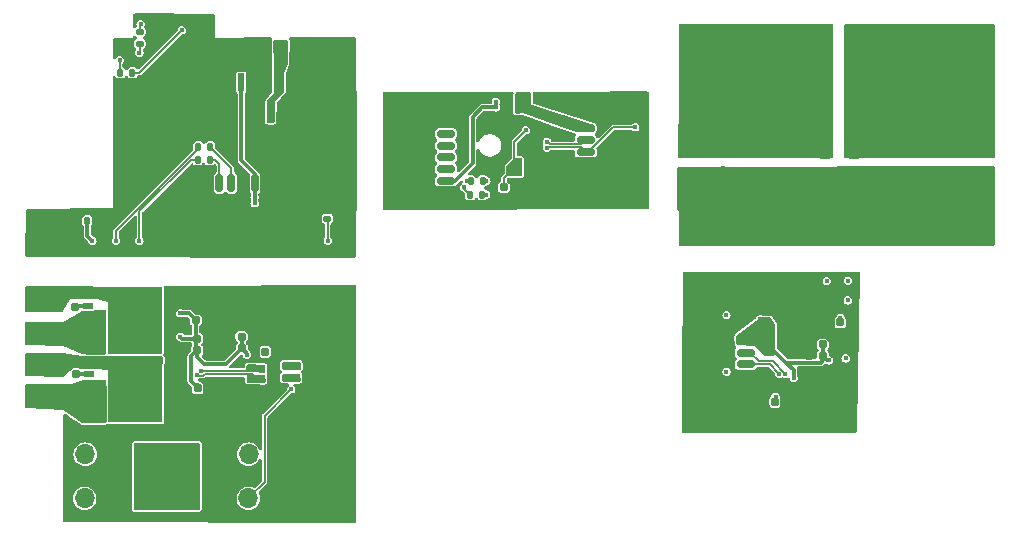
<source format=gbr>
%TF.GenerationSoftware,KiCad,Pcbnew,8.0.5*%
%TF.CreationDate,2024-10-22T02:59:18+02:00*%
%TF.ProjectId,Carte sensors,43617274-6520-4736-956e-736f72732e6b,rev?*%
%TF.SameCoordinates,Original*%
%TF.FileFunction,Copper,L2,Bot*%
%TF.FilePolarity,Positive*%
%FSLAX46Y46*%
G04 Gerber Fmt 4.6, Leading zero omitted, Abs format (unit mm)*
G04 Created by KiCad (PCBNEW 8.0.5) date 2024-10-22 02:59:18*
%MOMM*%
%LPD*%
G01*
G04 APERTURE LIST*
G04 Aperture macros list*
%AMRoundRect*
0 Rectangle with rounded corners*
0 $1 Rounding radius*
0 $2 $3 $4 $5 $6 $7 $8 $9 X,Y pos of 4 corners*
0 Add a 4 corners polygon primitive as box body*
4,1,4,$2,$3,$4,$5,$6,$7,$8,$9,$2,$3,0*
0 Add four circle primitives for the rounded corners*
1,1,$1+$1,$2,$3*
1,1,$1+$1,$4,$5*
1,1,$1+$1,$6,$7*
1,1,$1+$1,$8,$9*
0 Add four rect primitives between the rounded corners*
20,1,$1+$1,$2,$3,$4,$5,0*
20,1,$1+$1,$4,$5,$6,$7,0*
20,1,$1+$1,$6,$7,$8,$9,0*
20,1,$1+$1,$8,$9,$2,$3,0*%
%AMOutline5P*
0 Free polygon, 5 corners , with rotation*
0 The origin of the aperture is its center*
0 number of corners: always 5*
0 $1 to $10 corner X, Y*
0 $11 Rotation angle, in degrees counterclockwise*
0 create outline with 5 corners*
4,1,5,$1,$2,$3,$4,$5,$6,$7,$8,$9,$10,$1,$2,$11*%
%AMOutline6P*
0 Free polygon, 6 corners , with rotation*
0 The origin of the aperture is its center*
0 number of corners: always 6*
0 $1 to $12 corner X, Y*
0 $13 Rotation angle, in degrees counterclockwise*
0 create outline with 6 corners*
4,1,6,$1,$2,$3,$4,$5,$6,$7,$8,$9,$10,$11,$12,$1,$2,$13*%
%AMOutline7P*
0 Free polygon, 7 corners , with rotation*
0 The origin of the aperture is its center*
0 number of corners: always 7*
0 $1 to $14 corner X, Y*
0 $15 Rotation angle, in degrees counterclockwise*
0 create outline with 7 corners*
4,1,7,$1,$2,$3,$4,$5,$6,$7,$8,$9,$10,$11,$12,$13,$14,$1,$2,$15*%
%AMOutline8P*
0 Free polygon, 8 corners , with rotation*
0 The origin of the aperture is its center*
0 number of corners: always 8*
0 $1 to $16 corner X, Y*
0 $17 Rotation angle, in degrees counterclockwise*
0 create outline with 8 corners*
4,1,8,$1,$2,$3,$4,$5,$6,$7,$8,$9,$10,$11,$12,$13,$14,$15,$16,$1,$2,$17*%
G04 Aperture macros list end*
%TA.AperFunction,SMDPad,CuDef*%
%ADD10RoundRect,0.160000X0.160000X-0.197500X0.160000X0.197500X-0.160000X0.197500X-0.160000X-0.197500X0*%
%TD*%
%TA.AperFunction,SMDPad,CuDef*%
%ADD11R,0.850000X0.500000*%
%TD*%
%TA.AperFunction,SMDPad,CuDef*%
%ADD12R,0.800000X0.600000*%
%TD*%
%TA.AperFunction,SMDPad,CuDef*%
%ADD13R,3.750000X4.410000*%
%TD*%
%TA.AperFunction,ComponentPad*%
%ADD14O,1.700000X1.700000*%
%TD*%
%TA.AperFunction,ComponentPad*%
%ADD15R,1.700000X1.700000*%
%TD*%
%TA.AperFunction,SMDPad,CuDef*%
%ADD16RoundRect,0.135000X0.135000X0.185000X-0.135000X0.185000X-0.135000X-0.185000X0.135000X-0.185000X0*%
%TD*%
%TA.AperFunction,SMDPad,CuDef*%
%ADD17RoundRect,0.135000X-0.135000X-0.185000X0.135000X-0.185000X0.135000X0.185000X-0.135000X0.185000X0*%
%TD*%
%TA.AperFunction,SMDPad,CuDef*%
%ADD18RoundRect,0.135000X0.185000X-0.135000X0.185000X0.135000X-0.185000X0.135000X-0.185000X-0.135000X0*%
%TD*%
%TA.AperFunction,SMDPad,CuDef*%
%ADD19R,0.550000X1.500000*%
%TD*%
%TA.AperFunction,SMDPad,CuDef*%
%ADD20RoundRect,0.140000X0.140000X0.170000X-0.140000X0.170000X-0.140000X-0.170000X0.140000X-0.170000X0*%
%TD*%
%TA.AperFunction,ComponentPad*%
%ADD21C,0.800000*%
%TD*%
%TA.AperFunction,ComponentPad*%
%ADD22C,6.400000*%
%TD*%
%TA.AperFunction,SMDPad,CuDef*%
%ADD23RoundRect,0.135000X-0.185000X0.135000X-0.185000X-0.135000X0.185000X-0.135000X0.185000X0.135000X0*%
%TD*%
%TA.AperFunction,SMDPad,CuDef*%
%ADD24RoundRect,0.155000X0.212500X0.155000X-0.212500X0.155000X-0.212500X-0.155000X0.212500X-0.155000X0*%
%TD*%
%TA.AperFunction,SMDPad,CuDef*%
%ADD25RoundRect,0.155000X-0.212500X-0.155000X0.212500X-0.155000X0.212500X0.155000X-0.212500X0.155000X0*%
%TD*%
%TA.AperFunction,SMDPad,CuDef*%
%ADD26RoundRect,0.155000X-0.155000X0.212500X-0.155000X-0.212500X0.155000X-0.212500X0.155000X0.212500X0*%
%TD*%
%TA.AperFunction,SMDPad,CuDef*%
%ADD27RoundRect,0.160000X-0.160000X0.197500X-0.160000X-0.197500X0.160000X-0.197500X0.160000X0.197500X0*%
%TD*%
%TA.AperFunction,SMDPad,CuDef*%
%ADD28RoundRect,0.150000X0.625000X-0.150000X0.625000X0.150000X-0.625000X0.150000X-0.625000X-0.150000X0*%
%TD*%
%TA.AperFunction,SMDPad,CuDef*%
%ADD29RoundRect,0.250000X0.650000X-0.350000X0.650000X0.350000X-0.650000X0.350000X-0.650000X-0.350000X0*%
%TD*%
%TA.AperFunction,SMDPad,CuDef*%
%ADD30RoundRect,0.250000X0.412500X2.350000X-0.412500X2.350000X-0.412500X-2.350000X0.412500X-2.350000X0*%
%TD*%
%TA.AperFunction,SMDPad,CuDef*%
%ADD31RoundRect,0.150000X-0.625000X0.150000X-0.625000X-0.150000X0.625000X-0.150000X0.625000X0.150000X0*%
%TD*%
%TA.AperFunction,SMDPad,CuDef*%
%ADD32RoundRect,0.250000X-0.650000X0.350000X-0.650000X-0.350000X0.650000X-0.350000X0.650000X0.350000X0*%
%TD*%
%TA.AperFunction,SMDPad,CuDef*%
%ADD33Outline5P,-0.650000X0.100000X0.000000X0.750000X0.650000X0.750000X0.650000X-0.750000X-0.650000X-0.750000X0.000000*%
%TD*%
%TA.AperFunction,SMDPad,CuDef*%
%ADD34R,3.600000X1.100000*%
%TD*%
%TA.AperFunction,SMDPad,CuDef*%
%ADD35RoundRect,0.150000X0.150000X0.625000X-0.150000X0.625000X-0.150000X-0.625000X0.150000X-0.625000X0*%
%TD*%
%TA.AperFunction,SMDPad,CuDef*%
%ADD36RoundRect,0.250000X0.350000X0.650000X-0.350000X0.650000X-0.350000X-0.650000X0.350000X-0.650000X0*%
%TD*%
%TA.AperFunction,ViaPad*%
%ADD37C,0.400000*%
%TD*%
%TA.AperFunction,Conductor*%
%ADD38C,0.300000*%
%TD*%
%TA.AperFunction,Conductor*%
%ADD39C,0.150000*%
%TD*%
G04 APERTURE END LIST*
D10*
%TO.P,R22,2*%
%TO.N,Net-(IC5-~{OUT})*%
X150295000Y-124602000D03*
%TO.P,R22,1*%
%TO.N,MOS2IN*%
X150295000Y-125797000D03*
%TD*%
%TO.P,R20,2*%
%TO.N,Net-(IC4-~{OUT})*%
X150235000Y-118886000D03*
%TO.P,R20,1*%
%TO.N,MOS1IN*%
X150235000Y-120081000D03*
%TD*%
D11*
%TO.P,Q2,1,S_1*%
%TO.N,MOS1IN*%
X151345000Y-122635000D03*
%TO.P,Q2,2,S_2*%
X151345000Y-121365000D03*
%TO.P,Q2,3,S_3*%
X151345000Y-120095000D03*
%TO.P,Q2,4,G*%
%TO.N,Net-(IC4-~{OUT})*%
X151345000Y-118825000D03*
D12*
%TO.P,Q2,5,D_1*%
%TO.N,MOS1OUT*%
X157170000Y-118825000D03*
%TO.P,Q2,6,D_2*%
X157170000Y-120095000D03*
%TO.P,Q2,7,D_3*%
X157170000Y-121365000D03*
%TO.P,Q2,8,D_4*%
X157170000Y-122635000D03*
D13*
%TO.P,Q2,9*%
X154895000Y-120730000D03*
%TD*%
%TO.P,Q1,9*%
%TO.N,MOS2OUT*%
X154925000Y-126490000D03*
D12*
%TO.P,Q1,8,D_4*%
X157200000Y-128395000D03*
%TO.P,Q1,7,D_3*%
X157200000Y-127125000D03*
%TO.P,Q1,6,D_2*%
X157200000Y-125855000D03*
%TO.P,Q1,5,D_1*%
X157200000Y-124585000D03*
D11*
%TO.P,Q1,4,G*%
%TO.N,Net-(IC5-~{OUT})*%
X151375000Y-124585000D03*
%TO.P,Q1,3,S_3*%
%TO.N,MOS2IN*%
X151375000Y-125855000D03*
%TO.P,Q1,2,S_2*%
X151375000Y-127125000D03*
%TO.P,Q1,1,S_1*%
X151375000Y-128395000D03*
%TD*%
D14*
%TO.P,J10,3,Pin_3*%
%TO.N,CH4*%
X164915000Y-135130000D03*
%TO.P,J10,2,Pin_2*%
%TO.N,GND*%
X162375000Y-135130000D03*
D15*
%TO.P,J10,1,Pin_1*%
%TO.N,+5V*%
X159835000Y-135130000D03*
%TD*%
D14*
%TO.P,J9,3,Pin_3*%
%TO.N,CH3*%
X164930000Y-131400000D03*
%TO.P,J9,2,Pin_2*%
%TO.N,GND*%
X162390000Y-131400000D03*
D15*
%TO.P,J9,1,Pin_1*%
%TO.N,+5V*%
X159850000Y-131400000D03*
%TD*%
D14*
%TO.P,J8,3,Pin_3*%
%TO.N,CH2*%
X151100000Y-131400000D03*
%TO.P,J8,2,Pin_2*%
%TO.N,GND*%
X153640000Y-131400000D03*
D15*
%TO.P,J8,1,Pin_1*%
%TO.N,+5V*%
X156180000Y-131400000D03*
%TD*%
D14*
%TO.P,J7,3,Pin_3*%
%TO.N,CH1*%
X151045000Y-135130000D03*
%TO.P,J7,2,Pin_2*%
%TO.N,GND*%
X153585000Y-135130000D03*
D15*
%TO.P,J7,1,Pin_1*%
%TO.N,+5V*%
X156125000Y-135130000D03*
%TD*%
D16*
%TO.P,R3,1*%
%TO.N,TX*%
X161670000Y-105370000D03*
%TO.P,R3,2*%
%TO.N,Net-(Tarvos1-UTXD)*%
X160650000Y-105370000D03*
%TD*%
D17*
%TO.P,R5,1*%
%TO.N,GND*%
X165760000Y-102990000D03*
%TO.P,R5,2*%
%TO.N,Net-(Tarvos1-MODE_1)*%
X166780000Y-102990000D03*
%TD*%
D18*
%TO.P,R2,1*%
%TO.N,Net-(Tarvos1-RX_IND)*%
X155730000Y-96650000D03*
%TO.P,R2,2*%
%TO.N,Net-(D2-A)*%
X155730000Y-95630000D03*
%TD*%
D19*
%TO.P,SW1,1,1*%
%TO.N,Net-(Tarvos1-MODE_1)*%
X167540000Y-99885000D03*
%TO.P,SW1,2,2*%
%TO.N,VDD_IO*%
X164290000Y-99885000D03*
%TD*%
D20*
%TO.P,C2,1*%
%TO.N,VDD_IO*%
X151280000Y-111620000D03*
%TO.P,C2,2*%
%TO.N,GND*%
X150320000Y-111620000D03*
%TD*%
D21*
%TO.P,H2,1,1*%
%TO.N,BAT+*%
X202762944Y-100582944D03*
X203465888Y-98885888D03*
X203465888Y-102280000D03*
X205162944Y-98182944D03*
D22*
X205162944Y-100582944D03*
D21*
X205162944Y-102982944D03*
X206860000Y-98885888D03*
X206860000Y-102280000D03*
X207562944Y-100582944D03*
%TD*%
D23*
%TO.P,R6,1*%
%TO.N,GND*%
X171600000Y-110430000D03*
%TO.P,R6,2*%
%TO.N,Net-(Tarvos1-BOOT)*%
X171600000Y-111450000D03*
%TD*%
D21*
%TO.P,H1,1,1*%
%TO.N,VIN*%
X222280000Y-100830000D03*
X222982944Y-99132944D03*
X222982944Y-102527056D03*
X224680000Y-98430000D03*
D22*
X224680000Y-100830000D03*
D21*
X224680000Y-103230000D03*
X226377056Y-99132944D03*
X226377056Y-102527056D03*
X227080000Y-100830000D03*
%TD*%
D16*
%TO.P,R4,1*%
%TO.N,RX*%
X161640000Y-106460000D03*
%TO.P,R4,2*%
%TO.N,Net-(Tarvos1-URXD)*%
X160620000Y-106460000D03*
%TD*%
D24*
%TO.P,C17,2*%
%TO.N,VDD_IO*%
X160565000Y-122592500D03*
%TO.P,C17,1*%
%TO.N,GND*%
X161700000Y-122592500D03*
%TD*%
D21*
%TO.P,H3,1,1*%
%TO.N,GND*%
X222252944Y-110192944D03*
X222955888Y-108495888D03*
X222955888Y-111890000D03*
X224652944Y-107792944D03*
D22*
X224652944Y-110192944D03*
D21*
X224652944Y-112592944D03*
X226350000Y-108495888D03*
X226350000Y-111890000D03*
X227052944Y-110192944D03*
%TD*%
D25*
%TO.P,C15,2*%
%TO.N,VDD_IO*%
X164352500Y-122432500D03*
%TO.P,C15,1*%
%TO.N,GND*%
X163217500Y-122432500D03*
%TD*%
D24*
%TO.P,C14,2*%
%TO.N,VDD_IO*%
X160467500Y-120022500D03*
%TO.P,C14,1*%
%TO.N,GND*%
X161602500Y-120022500D03*
%TD*%
D26*
%TO.P,C26,2*%
%TO.N,GND*%
X160625000Y-126930000D03*
%TO.P,C26,1*%
%TO.N,VDD_IO*%
X160625000Y-125795000D03*
%TD*%
D24*
%TO.P,C16,2*%
%TO.N,VDD_IO*%
X160565000Y-121622500D03*
%TO.P,C16,1*%
%TO.N,GND*%
X161700000Y-121622500D03*
%TD*%
D27*
%TO.P,R16,2*%
%TO.N,Net-(D5-K)*%
X166325000Y-122722500D03*
%TO.P,R16,1*%
%TO.N,GND*%
X166325000Y-121527500D03*
%TD*%
D21*
%TO.P,H4,1,1*%
%TO.N,GND*%
X202682944Y-110192944D03*
X203385888Y-108495888D03*
X203385888Y-111890000D03*
X205082944Y-107792944D03*
D22*
X205082944Y-110192944D03*
D21*
X205082944Y-112592944D03*
X206780000Y-108495888D03*
X206780000Y-111890000D03*
X207482944Y-110192944D03*
%TD*%
D17*
%TO.P,R1,1*%
%TO.N,Net-(Tarvos1-TX_IND)*%
X154070000Y-99090000D03*
%TO.P,R1,2*%
%TO.N,Net-(D1-A)*%
X155090000Y-99090000D03*
%TD*%
D25*
%TO.P,C13,2*%
%TO.N,VDD_IO*%
X164335000Y-121422500D03*
%TO.P,C13,1*%
%TO.N,GND*%
X163200000Y-121422500D03*
%TD*%
D20*
%TO.P,C1,1*%
%TO.N,Net-(Tarvos1-MODE_1)*%
X166780000Y-101890000D03*
%TO.P,C1,2*%
%TO.N,GND*%
X165820000Y-101890000D03*
%TD*%
D10*
%TO.P,R19,1*%
%TO.N,GND*%
X215010000Y-121417500D03*
%TO.P,R19,2*%
%TO.N,Net-(D6-K)*%
X215010000Y-120222500D03*
%TD*%
D24*
%TO.P,C22,1*%
%TO.N,GND*%
X210167500Y-120490000D03*
%TO.P,C22,2*%
%TO.N,VDD_IO*%
X209032500Y-120490000D03*
%TD*%
D17*
%TO.P,R17,1*%
%TO.N,TX_GPS*%
X183720000Y-108250000D03*
%TO.P,R17,2*%
%TO.N,Net-(PA1010D1-TX)*%
X184740000Y-108250000D03*
%TD*%
D28*
%TO.P,J4,1,Pin_1*%
%TO.N,GND*%
X207025000Y-124780000D03*
%TO.P,J4,2,Pin_2*%
%TO.N,ADC1_IN9*%
X207025000Y-123780000D03*
%TO.P,J4,3,Pin_3*%
%TO.N,ADC1_IN10*%
X207025000Y-122780000D03*
%TO.P,J4,4,Pin_4*%
%TO.N,VDD_IO*%
X207025000Y-121780000D03*
D29*
%TO.P,J4,MP*%
%TO.N,GND*%
X203150000Y-126080000D03*
X203150000Y-120480000D03*
%TD*%
D30*
%TO.P,R10,1*%
%TO.N,VIN*%
X216140000Y-97970000D03*
%TO.P,R10,2*%
%TO.N,BAT+*%
X213715000Y-97970000D03*
%TD*%
D25*
%TO.P,C10,1*%
%TO.N,Net-(BT1-+)*%
X186542500Y-108800000D03*
%TO.P,C10,2*%
%TO.N,GND*%
X187677500Y-108800000D03*
%TD*%
D26*
%TO.P,C28,1*%
%TO.N,VDD_IO*%
X209490000Y-126935000D03*
%TO.P,C28,2*%
%TO.N,GND*%
X209490000Y-128070000D03*
%TD*%
D25*
%TO.P,C21,1*%
%TO.N,GND*%
X212412500Y-123072500D03*
%TO.P,C21,2*%
%TO.N,VDD_IO*%
X213547500Y-123072500D03*
%TD*%
D17*
%TO.P,R18,1*%
%TO.N,RX_GPS*%
X183700000Y-109420000D03*
%TO.P,R18,2*%
%TO.N,Net-(PA1010D1-RX)*%
X184720000Y-109420000D03*
%TD*%
D20*
%TO.P,C4,1*%
%TO.N,VDD_IO*%
X187760000Y-102230000D03*
%TO.P,C4,2*%
%TO.N,GND*%
X186800000Y-102230000D03*
%TD*%
D24*
%TO.P,C23,1*%
%TO.N,GND*%
X210177500Y-122410000D03*
%TO.P,C23,2*%
%TO.N,VDD_IO*%
X209042500Y-122410000D03*
%TD*%
D25*
%TO.P,C20,1*%
%TO.N,GND*%
X212412500Y-122092500D03*
%TO.P,C20,2*%
%TO.N,VDD_IO*%
X213547500Y-122092500D03*
%TD*%
D30*
%TO.P,R15,1*%
%TO.N,VIN*%
X216180000Y-103730000D03*
%TO.P,R15,2*%
%TO.N,BAT+*%
X213755000Y-103730000D03*
%TD*%
D20*
%TO.P,C3,1*%
%TO.N,VDD_IO*%
X187760000Y-101230000D03*
%TO.P,C3,2*%
%TO.N,GND*%
X186800000Y-101230000D03*
%TD*%
D24*
%TO.P,C24,1*%
%TO.N,GND*%
X210167500Y-121460000D03*
%TO.P,C24,2*%
%TO.N,VDD_IO*%
X209032500Y-121460000D03*
%TD*%
D31*
%TO.P,J3,1,Pin_1*%
%TO.N,VDD_IO*%
X193465000Y-103800000D03*
%TO.P,J3,2,Pin_2*%
%TO.N,SDA_P*%
X193465000Y-104800000D03*
%TO.P,J3,3,Pin_3*%
%TO.N,SCL_P*%
X193465000Y-105800000D03*
%TO.P,J3,4,Pin_4*%
%TO.N,GND*%
X193465000Y-106800000D03*
D32*
%TO.P,J3,MP*%
X197340000Y-102500000D03*
X197340000Y-108100000D03*
%TD*%
D28*
%TO.P,J2,1,Pin_1*%
%TO.N,VDD_IO*%
X181650000Y-108260000D03*
%TO.P,J2,2,Pin_2*%
%TO.N,RX_GPS*%
X181650000Y-107260000D03*
%TO.P,J2,3,Pin_3*%
%TO.N,TX_GPS*%
X181650000Y-106260000D03*
%TO.P,J2,4,Pin_4*%
%TO.N,SCL_P*%
X181650000Y-105260000D03*
%TO.P,J2,5,Pin_5*%
%TO.N,SDA_P*%
X181650000Y-104260000D03*
%TO.P,J2,6,Pin_6*%
%TO.N,GND*%
X181650000Y-103260000D03*
D29*
%TO.P,J2,MP*%
X177775000Y-109560000D03*
X177775000Y-101960000D03*
%TD*%
D33*
%TO.P,BT1,1,+*%
%TO.N,Net-(BT1-+)*%
X187440000Y-107080000D03*
D34*
%TO.P,BT1,2,-*%
%TO.N,GND*%
X186290000Y-103290000D03*
%TD*%
D35*
%TO.P,J1,1,Pin_1*%
%TO.N,VDD_IO*%
X165460000Y-108420000D03*
%TO.P,J1,2,Pin_2*%
%TO.N,GND*%
X164460000Y-108420000D03*
%TO.P,J1,3,Pin_3*%
%TO.N,TX*%
X163460000Y-108420000D03*
%TO.P,J1,4,Pin_4*%
%TO.N,RX*%
X162460000Y-108420000D03*
D36*
%TO.P,J1,MP*%
%TO.N,GND*%
X166760000Y-112295000D03*
X161160000Y-112295000D03*
%TD*%
D37*
%TO.N,GND*%
X162240000Y-125060000D03*
X167050000Y-125840000D03*
X166770000Y-125180000D03*
X164220000Y-123500000D03*
X165140000Y-123400000D03*
%TO.N,LPRX*%
X165540000Y-124960000D03*
%TO.N,LPTX*%
X165530000Y-124100000D03*
%TO.N,LPRX*%
X160530000Y-124655000D03*
%TO.N,LPTX*%
X160925377Y-124348934D03*
%TO.N,CH5*%
X168540000Y-124890000D03*
%TO.N,CH6*%
X168540000Y-123890000D03*
%TO.N,GND*%
X158680000Y-122890000D03*
X172415000Y-122590000D03*
X172415000Y-128190000D03*
X172365000Y-136010000D03*
X172365000Y-130410000D03*
X197340000Y-108100000D03*
X197340000Y-102500000D03*
X207910000Y-129180000D03*
X209050000Y-128430000D03*
%TO.N,VDD_IO*%
X192250000Y-103590000D03*
%TO.N,GND*%
X158110000Y-118600000D03*
X162420000Y-119790000D03*
X163330000Y-120680000D03*
X161120000Y-120800000D03*
X162480000Y-122550000D03*
X162390000Y-120840000D03*
X163320000Y-119770000D03*
X162870000Y-117540000D03*
X165390000Y-117370000D03*
X167690000Y-117580000D03*
X170400000Y-120640000D03*
X171260000Y-124390000D03*
X166310000Y-126260000D03*
X164580000Y-128930000D03*
X168070000Y-128590000D03*
X168050000Y-129930000D03*
X172950000Y-132040000D03*
X170780000Y-131910000D03*
X170850000Y-134670000D03*
X173170000Y-134640000D03*
X167530000Y-136530000D03*
X149520000Y-128360000D03*
X151150000Y-129480000D03*
X154000000Y-129570000D03*
X156040000Y-129160000D03*
X156100000Y-129760000D03*
X157580000Y-129720000D03*
X160110000Y-129750000D03*
X161640000Y-127940000D03*
X158070000Y-126550000D03*
X158110000Y-117470000D03*
X159660000Y-117990000D03*
X159700000Y-118810000D03*
X158200000Y-124390000D03*
X161965000Y-126405000D03*
X164260000Y-125050000D03*
X173530000Y-124630000D03*
X173510000Y-126600000D03*
X170310000Y-128080000D03*
X170310000Y-125890000D03*
X167520000Y-121850000D03*
X165430000Y-120370000D03*
X168990000Y-120000000D03*
X171640000Y-119610000D03*
X173460000Y-118830000D03*
X173380000Y-117720000D03*
X172050000Y-117750000D03*
X165560000Y-118620000D03*
%TO.N,MOS2IN*%
X148320000Y-126870000D03*
X147320000Y-126870000D03*
X146320000Y-126870000D03*
X148320000Y-125870000D03*
X147320000Y-125870000D03*
%TO.N,MOS2OUT*%
X148300000Y-124170000D03*
X147300000Y-124170000D03*
X146300000Y-124170000D03*
X148300000Y-123170000D03*
X147300000Y-123170000D03*
%TO.N,MOS1IN*%
X148340000Y-121560000D03*
X147340000Y-121560000D03*
X146340000Y-121560000D03*
X148340000Y-120560000D03*
X147340000Y-120560000D03*
%TO.N,MOS2IN*%
X146320000Y-125870000D03*
%TO.N,MOS2OUT*%
X146300000Y-123170000D03*
%TO.N,MOS1IN*%
X146340000Y-120560000D03*
%TO.N,MOS1OUT*%
X148470000Y-118910000D03*
X147470000Y-118910000D03*
X146470000Y-118910000D03*
X148470000Y-117910000D03*
X147470000Y-117910000D03*
X146470000Y-117910000D03*
%TO.N,VDD_IO*%
X159135000Y-121450000D03*
%TO.N,Net-(IC4-~{OUT})*%
X150775000Y-118825000D03*
%TO.N,Net-(IC5-~{OUT})*%
X150785000Y-124602000D03*
%TO.N,CH4*%
X168540000Y-125890000D03*
%TO.N,Net-(D5-K)*%
X166315000Y-122840000D03*
%TO.N,VDD_IO*%
X160532500Y-125492500D03*
X164782500Y-122962500D03*
X159152500Y-119452500D03*
%TO.N,GND*%
X156250000Y-99400000D03*
X158450000Y-104420000D03*
X155670000Y-109250000D03*
X155820000Y-105300000D03*
X156100000Y-103000000D03*
X153750000Y-99820000D03*
X149000000Y-111910000D03*
X146580000Y-111990000D03*
X146420000Y-110880000D03*
X147080000Y-110890000D03*
X147830000Y-110890000D03*
X148680000Y-110900000D03*
X149620000Y-110940000D03*
X150560000Y-110890000D03*
X151320000Y-110890000D03*
X152210000Y-110890000D03*
X153090000Y-110870000D03*
X153700000Y-110170000D03*
X153680000Y-109490000D03*
X153700000Y-108980000D03*
X153700000Y-108200000D03*
X153710000Y-107250000D03*
X153740000Y-106410000D03*
X153740000Y-105440000D03*
X153700000Y-104670000D03*
X153690000Y-103780000D03*
X153690000Y-102980000D03*
X153700000Y-102250000D03*
X153700000Y-101390000D03*
X153720000Y-100720000D03*
X157980000Y-109390000D03*
X159420000Y-112770000D03*
X158550000Y-111340000D03*
X150650000Y-114090000D03*
X148830000Y-114000000D03*
X146580000Y-113990000D03*
X161560000Y-102350000D03*
X160760000Y-99370000D03*
X157310000Y-100950000D03*
X159710000Y-102800000D03*
X157130000Y-106070000D03*
X160630000Y-95850000D03*
X159300000Y-96300000D03*
X158600000Y-94600000D03*
X156710000Y-96040000D03*
X158740000Y-97730000D03*
X160670000Y-97800000D03*
X162650000Y-98100000D03*
X163220000Y-99270000D03*
X163500000Y-101220000D03*
X165200000Y-104180000D03*
X165070000Y-102130000D03*
X165670000Y-100250000D03*
X165800000Y-99100000D03*
X164700000Y-97050000D03*
X169640000Y-97370000D03*
X169150000Y-99170000D03*
X170690000Y-99420000D03*
X170590000Y-100950000D03*
X168650000Y-101930000D03*
X169890000Y-103400000D03*
X167300000Y-104290000D03*
X168750000Y-105110000D03*
X170750000Y-106630000D03*
X168850000Y-108310000D03*
X168830000Y-110680000D03*
X167170000Y-107560000D03*
X165700000Y-105310000D03*
X162970000Y-104880000D03*
X164180000Y-111580000D03*
X166430000Y-109610000D03*
X162420000Y-111140000D03*
X160750000Y-109180000D03*
X160080000Y-107510000D03*
X161700000Y-107430000D03*
X156480000Y-111590000D03*
X155140000Y-111790000D03*
X156670000Y-114040000D03*
X154680000Y-114030000D03*
X158870000Y-114150000D03*
X160470000Y-114180000D03*
X162650000Y-114170000D03*
X164660000Y-114210000D03*
X166640000Y-114190000D03*
X168640000Y-114070000D03*
X170630000Y-114100000D03*
X173510000Y-97870000D03*
X173590000Y-99350000D03*
X173590000Y-100770000D03*
X173510000Y-110020000D03*
X173450000Y-111400000D03*
X173440000Y-112790000D03*
X172670000Y-114080000D03*
X173460000Y-114080000D03*
%TO.N,Net-(D1-A)*%
X159270000Y-95490000D03*
%TO.N,Net-(D2-A)*%
X155790000Y-94980000D03*
%TO.N,Net-(Tarvos1-RX_IND)*%
X155690000Y-97380000D03*
%TO.N,Net-(Tarvos1-TX_IND)*%
X154010000Y-98020000D03*
%TO.N,GND*%
X164480000Y-109340000D03*
X163610000Y-106350000D03*
X164460000Y-108420000D03*
%TO.N,Net-(Tarvos1-BOOT)*%
X171630000Y-113300000D03*
%TO.N,VDD_IO*%
X151700000Y-113320000D03*
X165440000Y-110140000D03*
X165440000Y-109640000D03*
%TO.N,GND*%
X149710000Y-113320000D03*
%TO.N,Net-(Tarvos1-UTXD)*%
X153700000Y-113330000D03*
%TO.N,Net-(Tarvos1-URXD)*%
X155690000Y-113330000D03*
%TO.N,Net-(Tarvos1-MODE_1)*%
X167650000Y-97360000D03*
%TO.N,GND*%
X189780000Y-104290000D03*
X188960000Y-104420000D03*
X188400000Y-103130000D03*
X191990000Y-102200000D03*
X191680000Y-104490000D03*
X191860000Y-107130000D03*
X198330000Y-101110000D03*
X198380000Y-106150000D03*
X197110000Y-109680000D03*
X196630000Y-106630000D03*
X195980000Y-102850000D03*
X203150000Y-126080000D03*
X203150000Y-120480000D03*
X214470000Y-113070000D03*
X212870000Y-111470000D03*
X215270000Y-109070000D03*
X212070000Y-109870000D03*
X204450000Y-116900000D03*
X210470000Y-108270000D03*
X216870000Y-108270000D03*
X216070000Y-111470000D03*
X216450000Y-117530000D03*
X213670000Y-111470000D03*
X212070000Y-112270000D03*
X216870000Y-113070000D03*
X191420000Y-110150000D03*
X211270000Y-111470000D03*
X184140000Y-110160000D03*
X177775000Y-101960000D03*
X220070000Y-112270000D03*
X190190000Y-107260000D03*
X214470000Y-107470000D03*
X212070000Y-109070000D03*
X215270000Y-111470000D03*
X203340000Y-123220000D03*
X215270000Y-107470000D03*
X179160000Y-108840000D03*
X202100000Y-117920000D03*
X216070000Y-110670000D03*
X213140000Y-117840000D03*
X211270000Y-113070000D03*
X204930000Y-117680000D03*
X190200000Y-107990000D03*
X185940000Y-107590000D03*
X183150000Y-104510000D03*
X217670000Y-108270000D03*
X194530000Y-101210000D03*
X182080000Y-108930000D03*
X216070000Y-109070000D03*
X179210000Y-110180000D03*
X216070000Y-107470000D03*
X185050000Y-101270000D03*
X205830000Y-118570000D03*
X208910000Y-118900000D03*
X202250000Y-129050000D03*
X212070000Y-110670000D03*
X214470000Y-109070000D03*
X218470000Y-109870000D03*
X210470000Y-107470000D03*
X219270000Y-112270000D03*
X212070000Y-111470000D03*
X219270000Y-107470000D03*
X210470000Y-113070000D03*
X183320000Y-103040000D03*
X205670000Y-116620000D03*
X179180000Y-106810000D03*
X191670000Y-108330000D03*
X186290000Y-103290000D03*
X209670000Y-113070000D03*
X177775000Y-109560000D03*
X194590000Y-110180000D03*
X220070000Y-107470000D03*
X218470000Y-109070000D03*
X217670000Y-107470000D03*
X191680000Y-106300000D03*
X216870000Y-112270000D03*
X213670000Y-109070000D03*
X214870000Y-129200000D03*
X177220000Y-104840000D03*
X211270000Y-109870000D03*
X219270000Y-109070000D03*
X212070000Y-108270000D03*
X191160000Y-107200000D03*
X217670000Y-113070000D03*
X209670000Y-111470000D03*
X204440000Y-129050000D03*
X211270000Y-112270000D03*
X211270000Y-109070000D03*
X218470000Y-108270000D03*
X210470000Y-109070000D03*
X212870000Y-108270000D03*
X212870000Y-107470000D03*
X216870000Y-107470000D03*
X219270000Y-109870000D03*
X208870000Y-110670000D03*
X209670000Y-112270000D03*
X182030000Y-110140000D03*
X193490000Y-107860000D03*
X213670000Y-110670000D03*
X210270000Y-128470000D03*
X209670000Y-108270000D03*
X207840000Y-116410000D03*
X212870000Y-109870000D03*
X220070000Y-110670000D03*
X216870000Y-110670000D03*
X203600000Y-127460000D03*
X177170000Y-106580000D03*
X218470000Y-110670000D03*
X216870000Y-109870000D03*
X212870000Y-109070000D03*
X220070000Y-113070000D03*
X183980000Y-107510000D03*
X188500000Y-110200000D03*
X193490000Y-102260000D03*
X217670000Y-109870000D03*
X209670000Y-107470000D03*
X210470000Y-110670000D03*
X216070000Y-112270000D03*
X212870000Y-112270000D03*
X214470000Y-112270000D03*
X218470000Y-107470000D03*
X220070000Y-108270000D03*
X186530000Y-106230000D03*
X179110000Y-104830000D03*
X218470000Y-112270000D03*
X213650000Y-124460000D03*
X186780000Y-104660000D03*
X208690000Y-124580000D03*
X184520000Y-106250000D03*
X216070000Y-109870000D03*
X180260000Y-107200000D03*
X181650000Y-103260000D03*
X215270000Y-112270000D03*
X214470000Y-110670000D03*
X208870000Y-108270000D03*
X213670000Y-112270000D03*
X216070000Y-108270000D03*
X193250000Y-101190000D03*
X208870000Y-112270000D03*
X187990000Y-105740000D03*
X188610000Y-107360000D03*
X213670000Y-109870000D03*
X216110000Y-122020000D03*
X217670000Y-109070000D03*
X216070000Y-113070000D03*
X211270000Y-108270000D03*
X215270000Y-109870000D03*
X210470000Y-111470000D03*
X217670000Y-112270000D03*
X209670000Y-109870000D03*
X215270000Y-108270000D03*
X219270000Y-113070000D03*
X209670000Y-110670000D03*
X212870000Y-110670000D03*
X210470000Y-112270000D03*
X205870000Y-127270000D03*
X208870000Y-113070000D03*
X205850000Y-126150000D03*
X192870000Y-108940000D03*
X211270000Y-107470000D03*
X208870000Y-111470000D03*
X212910000Y-116380000D03*
X214430000Y-120900000D03*
X183610000Y-101280000D03*
X220070000Y-111470000D03*
X208870000Y-109070000D03*
X206620000Y-129100000D03*
X209670000Y-109070000D03*
X220070000Y-109870000D03*
X208870000Y-107470000D03*
X182930000Y-106780000D03*
X212280000Y-129150000D03*
X212070000Y-107470000D03*
X216870000Y-109070000D03*
X212870000Y-113070000D03*
X215270000Y-113070000D03*
X207025000Y-124780000D03*
X193310000Y-110140000D03*
X183110000Y-105700000D03*
X209110000Y-116360000D03*
X213670000Y-113070000D03*
X213670000Y-108270000D03*
X216210000Y-124750000D03*
X177180000Y-108670000D03*
X220070000Y-109070000D03*
X177190000Y-102930000D03*
X215960000Y-129070000D03*
X211270000Y-110670000D03*
X215270000Y-110670000D03*
X214470000Y-111470000D03*
X217670000Y-110670000D03*
X211130000Y-126862500D03*
X216870000Y-111470000D03*
X214470000Y-109870000D03*
X219270000Y-111470000D03*
X188580000Y-106560000D03*
X218470000Y-113070000D03*
X214470000Y-108270000D03*
X188640000Y-108300000D03*
X216090000Y-120920000D03*
X179200000Y-102960000D03*
X208870000Y-109870000D03*
X213670000Y-107470000D03*
X210470000Y-109870000D03*
X219270000Y-108270000D03*
X218470000Y-111470000D03*
X186280000Y-110180000D03*
X219270000Y-110670000D03*
X208470000Y-117500000D03*
X182220000Y-101460000D03*
X202200000Y-116550000D03*
X215940000Y-119360000D03*
X212070000Y-113070000D03*
X217670000Y-111470000D03*
X212580000Y-127812500D03*
X184990000Y-102600000D03*
%TO.N,RX_GPS*%
X183175000Y-108785000D03*
X181650000Y-107260000D03*
%TO.N,TX_GPS*%
X183430000Y-108290000D03*
X181650000Y-106260000D03*
%TO.N,SCL_P*%
X190190000Y-105420000D03*
X181650000Y-105260000D03*
X197660000Y-103700000D03*
%TO.N,SDA_P*%
X190190000Y-104919997D03*
X181650000Y-104260000D03*
%TO.N,Net-(BT1-+)*%
X188400000Y-103970000D03*
%TO.N,VDD_IO*%
X208090000Y-121940000D03*
X188260000Y-101740000D03*
X211080000Y-124920000D03*
X185860000Y-101550000D03*
X208230000Y-119930000D03*
X185870000Y-102030000D03*
X188240000Y-101270000D03*
X214060000Y-123440000D03*
X209540000Y-126510000D03*
%TO.N,VIN*%
X224000000Y-96350000D03*
X221600000Y-97150000D03*
X225600000Y-96350000D03*
X223200000Y-96350000D03*
X217897500Y-102430000D03*
X227200000Y-96350000D03*
X227200000Y-95550000D03*
X222400000Y-95550000D03*
X224800000Y-96350000D03*
X224000000Y-97150000D03*
X224000000Y-95550000D03*
X222400000Y-97150000D03*
X221600000Y-96350000D03*
X227200000Y-97150000D03*
X226400000Y-97150000D03*
X225600000Y-97150000D03*
X225600000Y-95550000D03*
X226400000Y-95550000D03*
X223200000Y-95550000D03*
X221600000Y-95550000D03*
X224800000Y-97150000D03*
X223200000Y-97150000D03*
X226400000Y-96350000D03*
X222400000Y-96350000D03*
X224800000Y-95550000D03*
%TO.N,BAT+*%
X202660000Y-95210000D03*
X203460000Y-96810000D03*
X203460000Y-96010000D03*
X205060000Y-96010000D03*
X212473500Y-102430000D03*
X206660000Y-96010000D03*
X205860000Y-96810000D03*
X204260000Y-95210000D03*
X207460000Y-96010000D03*
X206660000Y-96810000D03*
X202660000Y-96010000D03*
X204260000Y-96810000D03*
X205860000Y-96010000D03*
X205060000Y-96810000D03*
X201860000Y-96010000D03*
X204260000Y-96010000D03*
X205860000Y-95210000D03*
X206660000Y-95210000D03*
X202660000Y-96810000D03*
X207460000Y-95210000D03*
X201860000Y-95210000D03*
X205060000Y-95210000D03*
X203460000Y-95210000D03*
X201860000Y-96810000D03*
X207460000Y-96810000D03*
%TO.N,Net-(PA1010D1-RX)*%
X185040000Y-109430000D03*
%TO.N,Net-(PA1010D1-TX)*%
X185070000Y-108250000D03*
%TO.N,Net-(U2-NRST)*%
X205390000Y-119600000D03*
%TO.N,Net-(D6-K)*%
X215020000Y-119840000D03*
%TO.N,ADC1_IN10*%
X210370000Y-124600000D03*
%TO.N,ADC1_IN9*%
X209870000Y-124590000D03*
%TO.N,SWCLK*%
X215670000Y-116700000D03*
%TO.N,SWO*%
X213890000Y-116720000D03*
%TO.N,SWDIO*%
X215660000Y-118370000D03*
%TO.N,TIM1_CH2*%
X215480000Y-123280000D03*
%TO.N,TIM2_CH1*%
X205390000Y-124390000D03*
%TD*%
D38*
%TO.N,VDD_IO*%
X163025000Y-123760000D02*
X161180000Y-123760000D01*
X160565000Y-123145000D02*
X160565000Y-122592500D01*
X164352500Y-122432500D02*
X163025000Y-123760000D01*
X161180000Y-123760000D02*
X160565000Y-123145000D01*
D39*
%TO.N,LPRX*%
X160598934Y-124723934D02*
X160530000Y-124655000D01*
X161080708Y-124723934D02*
X160598934Y-124723934D01*
X161205708Y-124598934D02*
X161080708Y-124723934D01*
X165178934Y-124598934D02*
X161205708Y-124598934D01*
X165540000Y-124960000D02*
X165178934Y-124598934D01*
%TO.N,LPTX*%
X165281066Y-124348934D02*
X165530000Y-124100000D01*
X160925377Y-124348934D02*
X165281066Y-124348934D01*
D38*
%TO.N,VDD_IO*%
X160050000Y-125220000D02*
X160625000Y-125795000D01*
X160050000Y-123107500D02*
X160050000Y-125220000D01*
X160565000Y-122592500D02*
X160050000Y-123107500D01*
X159307500Y-121622500D02*
X159135000Y-121450000D01*
X160565000Y-121622500D02*
X159307500Y-121622500D01*
D39*
%TO.N,Net-(IC4-~{OUT})*%
X150775000Y-118825000D02*
X150296000Y-118825000D01*
%TO.N,Net-(IC5-~{OUT})*%
X150785000Y-124602000D02*
X151358000Y-124602000D01*
%TO.N,CH4*%
X166295000Y-128135000D02*
X168540000Y-125890000D01*
X166295000Y-133750000D02*
X166295000Y-128135000D01*
X164915000Y-135130000D02*
X166295000Y-133750000D01*
%TO.N,Net-(IC5-~{OUT})*%
X151358000Y-124602000D02*
X151375000Y-124585000D01*
X150295000Y-124602000D02*
X150785000Y-124602000D01*
%TO.N,Net-(IC4-~{OUT})*%
X150296000Y-118825000D02*
X150235000Y-118886000D01*
X151345000Y-118825000D02*
X150775000Y-118825000D01*
D38*
%TO.N,VDD_IO*%
X159897500Y-119452500D02*
X160467500Y-120022500D01*
X159152500Y-119452500D02*
X159897500Y-119452500D01*
X164782500Y-122862500D02*
X164352500Y-122432500D01*
X164782500Y-122962500D02*
X164782500Y-122862500D01*
X164335000Y-122415000D02*
X164352500Y-122432500D01*
X164335000Y-121422500D02*
X164335000Y-122415000D01*
X160467500Y-122495000D02*
X160565000Y-122592500D01*
X160467500Y-120022500D02*
X160467500Y-122495000D01*
D39*
%TO.N,Net-(D1-A)*%
X155670000Y-99090000D02*
X155090000Y-99090000D01*
X159270000Y-95490000D02*
X155670000Y-99090000D01*
%TO.N,Net-(D2-A)*%
X155730000Y-95040000D02*
X155790000Y-94980000D01*
X155730000Y-95630000D02*
X155730000Y-95040000D01*
%TO.N,Net-(Tarvos1-RX_IND)*%
X155730000Y-97340000D02*
X155690000Y-97380000D01*
X155730000Y-96650000D02*
X155730000Y-97340000D01*
%TO.N,Net-(Tarvos1-TX_IND)*%
X154010000Y-98020000D02*
X154010000Y-99030000D01*
X154010000Y-99030000D02*
X154070000Y-99090000D01*
D38*
%TO.N,VDD_IO*%
X165460000Y-107645001D02*
X164290000Y-106475001D01*
X165460000Y-108420000D02*
X165460000Y-107645001D01*
X164290000Y-106475001D02*
X164290000Y-99885000D01*
D39*
%TO.N,Net-(Tarvos1-BOOT)*%
X171630000Y-111480000D02*
X171600000Y-111450000D01*
X171630000Y-113300000D02*
X171630000Y-111480000D01*
D38*
%TO.N,VDD_IO*%
X151280000Y-112900000D02*
X151700000Y-113320000D01*
X151280000Y-111620000D02*
X151280000Y-112900000D01*
X165460000Y-108420000D02*
X165460000Y-110120000D01*
X165460000Y-110120000D02*
X165440000Y-110140000D01*
D39*
%TO.N,Net-(Tarvos1-URXD)*%
X155690000Y-110833554D02*
X155690000Y-113330000D01*
X160620000Y-106460000D02*
X160063554Y-106460000D01*
X160063554Y-106460000D02*
X155690000Y-110833554D01*
%TO.N,Net-(Tarvos1-UTXD)*%
X153700000Y-112470000D02*
X153700000Y-113330000D01*
X160650000Y-105520000D02*
X153700000Y-112470000D01*
X160650000Y-105370000D02*
X160650000Y-105520000D01*
%TO.N,TX*%
X163460000Y-108420000D02*
X163460000Y-107160000D01*
X163460000Y-107160000D02*
X161670000Y-105370000D01*
%TO.N,RX*%
X162090000Y-106460000D02*
X161640000Y-106460000D01*
X162460000Y-106830000D02*
X162090000Y-106460000D01*
X162460000Y-108420000D02*
X162460000Y-106830000D01*
%TO.N,SCL_P*%
X193703776Y-105800000D02*
X193465000Y-105800000D01*
X195803776Y-103700000D02*
X193703776Y-105800000D01*
X197660000Y-103700000D02*
X195803776Y-103700000D01*
%TO.N,SDA_P*%
X190460331Y-105160000D02*
X190220328Y-104919997D01*
X190220328Y-104919997D02*
X190190000Y-104919997D01*
X193105000Y-105160000D02*
X190460331Y-105160000D01*
X193465000Y-104800000D02*
X193105000Y-105160000D01*
%TO.N,SCL_P*%
X190200000Y-105410000D02*
X193075000Y-105410000D01*
X193075000Y-105410000D02*
X193465000Y-105800000D01*
X190190000Y-105420000D02*
X190200000Y-105410000D01*
%TO.N,SDA_P*%
X190190000Y-104919997D02*
X190216449Y-104919997D01*
%TO.N,SCL_P*%
X197660000Y-103700000D02*
X197570000Y-103790000D01*
%TO.N,RX_GPS*%
X183175000Y-108785000D02*
X183175000Y-108895000D01*
X183175000Y-108895000D02*
X183700000Y-109420000D01*
%TO.N,Net-(BT1-+)*%
X186542500Y-108800000D02*
X186542500Y-107977500D01*
X188400000Y-103970000D02*
X187440000Y-104930000D01*
X186542500Y-107977500D02*
X187440000Y-107080000D01*
X187440000Y-104930000D02*
X187440000Y-107080000D01*
D38*
%TO.N,VDD_IO*%
X182424999Y-108260000D02*
X183920000Y-106764999D01*
X213550000Y-123450000D02*
X213550000Y-123075000D01*
X210455448Y-123632500D02*
X211080000Y-124257052D01*
X181650000Y-108260000D02*
X182424999Y-108260000D01*
X185860000Y-101550000D02*
X185860000Y-102020000D01*
X183920000Y-106764999D02*
X183920000Y-102810000D01*
X213367500Y-123632500D02*
X213550000Y-123450000D01*
X213915000Y-123440000D02*
X213547500Y-123072500D01*
X213547500Y-122092500D02*
X213547500Y-123072500D01*
X214060000Y-123440000D02*
X213915000Y-123440000D01*
X210455448Y-123632500D02*
X213367500Y-123632500D01*
X211080000Y-124257052D02*
X211080000Y-124920000D01*
X184700000Y-102030000D02*
X185870000Y-102030000D01*
X185860000Y-102020000D02*
X185870000Y-102030000D01*
X213550000Y-123075000D02*
X213547500Y-123072500D01*
X183920000Y-102810000D02*
X184700000Y-102030000D01*
X207025000Y-121780000D02*
X208602948Y-121780000D01*
X208602948Y-121780000D02*
X210455448Y-123632500D01*
D39*
%TO.N,ADC1_IN10*%
X209340331Y-123530000D02*
X210370000Y-124559669D01*
X207025000Y-122780000D02*
X207360000Y-122780000D01*
X207360000Y-122780000D02*
X208110000Y-123530000D01*
X210370000Y-124559669D02*
X210370000Y-124600000D01*
X208110000Y-123530000D02*
X209340331Y-123530000D01*
%TO.N,ADC1_IN9*%
X209060000Y-123780000D02*
X209870000Y-124590000D01*
X207025000Y-123780000D02*
X209060000Y-123780000D01*
%TD*%
%TA.AperFunction,Conductor*%
%TO.N,GND*%
G36*
X198686140Y-100667614D02*
G01*
X198753155Y-100687373D01*
X198798851Y-100740227D01*
X198810000Y-100791614D01*
X198810000Y-110536165D01*
X198790315Y-110603204D01*
X198737511Y-110648959D01*
X198686165Y-110660165D01*
X176434165Y-110689860D01*
X176367100Y-110670265D01*
X176321274Y-110617522D01*
X176310000Y-110565860D01*
X176310000Y-104065131D01*
X180724500Y-104065131D01*
X180724500Y-104454856D01*
X180724502Y-104454882D01*
X180727413Y-104479987D01*
X180727415Y-104479991D01*
X180772793Y-104582764D01*
X180860360Y-104670331D01*
X180857942Y-104672748D01*
X180889842Y-104711829D01*
X180897747Y-104781250D01*
X180866865Y-104843924D01*
X180860301Y-104849610D01*
X180860360Y-104849669D01*
X180772794Y-104937234D01*
X180727415Y-105040006D01*
X180727415Y-105040008D01*
X180724500Y-105065131D01*
X180724500Y-105454856D01*
X180724502Y-105454882D01*
X180727413Y-105479987D01*
X180727415Y-105479991D01*
X180772793Y-105582764D01*
X180860360Y-105670331D01*
X180857942Y-105672748D01*
X180889842Y-105711829D01*
X180897747Y-105781250D01*
X180866865Y-105843924D01*
X180860301Y-105849610D01*
X180860360Y-105849669D01*
X180772794Y-105937234D01*
X180727415Y-106040006D01*
X180727415Y-106040008D01*
X180724500Y-106065131D01*
X180724500Y-106454856D01*
X180724502Y-106454882D01*
X180727413Y-106479987D01*
X180727415Y-106479991D01*
X180772793Y-106582764D01*
X180860360Y-106670331D01*
X180857942Y-106672748D01*
X180889842Y-106711829D01*
X180897747Y-106781250D01*
X180866865Y-106843924D01*
X180860301Y-106849610D01*
X180860360Y-106849669D01*
X180772794Y-106937234D01*
X180727415Y-107040006D01*
X180727415Y-107040008D01*
X180724500Y-107065131D01*
X180724500Y-107454856D01*
X180724502Y-107454882D01*
X180727413Y-107479987D01*
X180727415Y-107479991D01*
X180772793Y-107582764D01*
X180860360Y-107670331D01*
X180857942Y-107672748D01*
X180889842Y-107711829D01*
X180897747Y-107781250D01*
X180866865Y-107843924D01*
X180860301Y-107849610D01*
X180860360Y-107849669D01*
X180772794Y-107937234D01*
X180727415Y-108040006D01*
X180727415Y-108040008D01*
X180724500Y-108065131D01*
X180724500Y-108454856D01*
X180724502Y-108454882D01*
X180727413Y-108479987D01*
X180727415Y-108479991D01*
X180772793Y-108582764D01*
X180772794Y-108582765D01*
X180852235Y-108662206D01*
X180955009Y-108707585D01*
X180980135Y-108710500D01*
X182319864Y-108710499D01*
X182319879Y-108710497D01*
X182319882Y-108710497D01*
X182344987Y-108707586D01*
X182344988Y-108707585D01*
X182344991Y-108707585D01*
X182447765Y-108662206D01*
X182527206Y-108582765D01*
X182531461Y-108573125D01*
X182576546Y-108519750D01*
X182582889Y-108515828D01*
X182609510Y-108500460D01*
X182665459Y-108444511D01*
X182868161Y-108241808D01*
X182929482Y-108208325D01*
X182999173Y-108213309D01*
X183055107Y-108255180D01*
X183078314Y-108310095D01*
X183083389Y-108342141D01*
X183074433Y-108411435D01*
X183029435Y-108464886D01*
X183017212Y-108472021D01*
X182966412Y-108497905D01*
X182966407Y-108497909D01*
X182887909Y-108576407D01*
X182887904Y-108576414D01*
X182837498Y-108675341D01*
X182820131Y-108784997D01*
X182820131Y-108785002D01*
X182837498Y-108894658D01*
X182887904Y-108993585D01*
X182887909Y-108993592D01*
X182966407Y-109072090D01*
X182966409Y-109072091D01*
X182966413Y-109072095D01*
X183061547Y-109120568D01*
X183074035Y-109126931D01*
X183073543Y-109127895D01*
X183113432Y-109152337D01*
X183243181Y-109282086D01*
X183276666Y-109343409D01*
X183279500Y-109369767D01*
X183279500Y-109647615D01*
X183279502Y-109647638D01*
X183282269Y-109671495D01*
X183282269Y-109671498D01*
X183325380Y-109769135D01*
X183325383Y-109769139D01*
X183325384Y-109769141D01*
X183400859Y-109844616D01*
X183400862Y-109844617D01*
X183400863Y-109844618D01*
X183498499Y-109887729D01*
X183498500Y-109887729D01*
X183498502Y-109887730D01*
X183522377Y-109890500D01*
X183877622Y-109890499D01*
X183901498Y-109887730D01*
X183999135Y-109844619D01*
X183999136Y-109844618D01*
X183999141Y-109844616D01*
X184074616Y-109769141D01*
X184096566Y-109719430D01*
X184141651Y-109666054D01*
X184208438Y-109645526D01*
X184275720Y-109664364D01*
X184322136Y-109716587D01*
X184323434Y-109719430D01*
X184345384Y-109769141D01*
X184420859Y-109844616D01*
X184420862Y-109844617D01*
X184420863Y-109844618D01*
X184518499Y-109887729D01*
X184518500Y-109887729D01*
X184518502Y-109887730D01*
X184542377Y-109890500D01*
X184897622Y-109890499D01*
X184921498Y-109887730D01*
X185019141Y-109844616D01*
X185057715Y-109806040D01*
X185119037Y-109772554D01*
X185125976Y-109771251D01*
X185149661Y-109767500D01*
X185248587Y-109717095D01*
X185327095Y-109638587D01*
X185377500Y-109539661D01*
X185377500Y-109539659D01*
X185377501Y-109539658D01*
X185394869Y-109430002D01*
X185394869Y-109429997D01*
X185377501Y-109320341D01*
X185358009Y-109282086D01*
X185327095Y-109221413D01*
X185327092Y-109221410D01*
X185327090Y-109221407D01*
X185248592Y-109142909D01*
X185248588Y-109142906D01*
X185248587Y-109142905D01*
X185149661Y-109092500D01*
X185149660Y-109092499D01*
X185149657Y-109092498D01*
X185140375Y-109089482D01*
X185140773Y-109088254D01*
X185086624Y-109062582D01*
X185081480Y-109057723D01*
X185019143Y-108995386D01*
X185019141Y-108995384D01*
X185019138Y-108995383D01*
X185019136Y-108995381D01*
X184920399Y-108951784D01*
X184867023Y-108906698D01*
X184846496Y-108839911D01*
X184865335Y-108772629D01*
X184917558Y-108726213D01*
X184937938Y-108718698D01*
X184941492Y-108717730D01*
X184941498Y-108717730D01*
X184980555Y-108700484D01*
X185039135Y-108674619D01*
X185039136Y-108674618D01*
X185039141Y-108674616D01*
X185087718Y-108626038D01*
X185136538Y-108599380D01*
X186024500Y-108599380D01*
X186024500Y-109000619D01*
X186027463Y-109026156D01*
X186027463Y-109026158D01*
X186069150Y-109120568D01*
X186073597Y-109130640D01*
X186154360Y-109211403D01*
X186258844Y-109257537D01*
X186284384Y-109260500D01*
X186284386Y-109260500D01*
X186800614Y-109260500D01*
X186800616Y-109260500D01*
X186826156Y-109257537D01*
X186930640Y-109211403D01*
X187011403Y-109130640D01*
X187057537Y-109026156D01*
X187060500Y-109000616D01*
X187060500Y-108599384D01*
X187057537Y-108573844D01*
X187057220Y-108573127D01*
X187025135Y-108500460D01*
X187011403Y-108469360D01*
X186930640Y-108388597D01*
X186841913Y-108349420D01*
X186788537Y-108304334D01*
X186768010Y-108237548D01*
X186768000Y-108235986D01*
X186768000Y-108122267D01*
X186787685Y-108055228D01*
X186804319Y-108034586D01*
X186822086Y-108016819D01*
X186883409Y-107983334D01*
X186909767Y-107980500D01*
X188104822Y-107980500D01*
X188148717Y-107971768D01*
X188148717Y-107971767D01*
X188148722Y-107971767D01*
X188198504Y-107938504D01*
X188231767Y-107888722D01*
X188237919Y-107857794D01*
X188240500Y-107844822D01*
X188240500Y-106315177D01*
X188231768Y-106271282D01*
X188231767Y-106271281D01*
X188231767Y-106271278D01*
X188198504Y-106221496D01*
X188198503Y-106221495D01*
X188148724Y-106188234D01*
X188148717Y-106188231D01*
X188104822Y-106179499D01*
X187789500Y-106179499D01*
X187722460Y-106159814D01*
X187676705Y-106107010D01*
X187665500Y-106055499D01*
X187665500Y-105074766D01*
X187685185Y-105007727D01*
X187701815Y-104987089D01*
X188328779Y-104360124D01*
X188390100Y-104326641D01*
X188397061Y-104325334D01*
X188399998Y-104324868D01*
X188400000Y-104324869D01*
X188452146Y-104316609D01*
X188509658Y-104307501D01*
X188509659Y-104307500D01*
X188509661Y-104307500D01*
X188608587Y-104257095D01*
X188687095Y-104178587D01*
X188737500Y-104079661D01*
X188737500Y-104079659D01*
X188737501Y-104079658D01*
X188754869Y-103970002D01*
X188754869Y-103969997D01*
X188737501Y-103860341D01*
X188736203Y-103857793D01*
X188687095Y-103761413D01*
X188687092Y-103761410D01*
X188687090Y-103761407D01*
X188608592Y-103682909D01*
X188608588Y-103682906D01*
X188608587Y-103682905D01*
X188542871Y-103649421D01*
X188509658Y-103632498D01*
X188400002Y-103615131D01*
X188399998Y-103615131D01*
X188290341Y-103632498D01*
X188191414Y-103682904D01*
X188191407Y-103682909D01*
X188112909Y-103761407D01*
X188112904Y-103761414D01*
X188062498Y-103860341D01*
X188044665Y-103972937D01*
X188014735Y-104036072D01*
X188009873Y-104041220D01*
X187312265Y-104738829D01*
X187248831Y-104802262D01*
X187248830Y-104802264D01*
X187243291Y-104815636D01*
X187214499Y-104885142D01*
X187214499Y-104989288D01*
X187214500Y-104989297D01*
X187214500Y-106291298D01*
X187194815Y-106358337D01*
X187178181Y-106378979D01*
X186673101Y-106884058D01*
X186673100Y-106884060D01*
X186648233Y-106921277D01*
X186648231Y-106921282D01*
X186639500Y-106965177D01*
X186639500Y-107510232D01*
X186619815Y-107577271D01*
X186603181Y-107597913D01*
X186351330Y-107849763D01*
X186351330Y-107849765D01*
X186316999Y-107932644D01*
X186316999Y-108036788D01*
X186317000Y-108036797D01*
X186317000Y-108235986D01*
X186297315Y-108303025D01*
X186244511Y-108348780D01*
X186243087Y-108349420D01*
X186154359Y-108388597D01*
X186073597Y-108469359D01*
X186027463Y-108573841D01*
X186027463Y-108573843D01*
X186024500Y-108599380D01*
X185136538Y-108599380D01*
X185149039Y-108592554D01*
X185155980Y-108591250D01*
X185179661Y-108587500D01*
X185278587Y-108537095D01*
X185357095Y-108458587D01*
X185407500Y-108359661D01*
X185407500Y-108359659D01*
X185407501Y-108359658D01*
X185424869Y-108250002D01*
X185424869Y-108249997D01*
X185407501Y-108140341D01*
X185377476Y-108081413D01*
X185357095Y-108041413D01*
X185357092Y-108041410D01*
X185357090Y-108041407D01*
X185278592Y-107962909D01*
X185278588Y-107962906D01*
X185278587Y-107962905D01*
X185179661Y-107912500D01*
X185179659Y-107912499D01*
X185179658Y-107912499D01*
X185155997Y-107908751D01*
X185092863Y-107878820D01*
X185087716Y-107873959D01*
X185039143Y-107825386D01*
X185039141Y-107825384D01*
X185039138Y-107825383D01*
X185039136Y-107825381D01*
X184941500Y-107782270D01*
X184941501Y-107782270D01*
X184917623Y-107779500D01*
X184562384Y-107779500D01*
X184562361Y-107779502D01*
X184538504Y-107782269D01*
X184538501Y-107782269D01*
X184440864Y-107825380D01*
X184440856Y-107825386D01*
X184365386Y-107900856D01*
X184365380Y-107900866D01*
X184343432Y-107950571D01*
X184298345Y-108003947D01*
X184231559Y-108024473D01*
X184164277Y-108005634D01*
X184117862Y-107953409D01*
X184116590Y-107950624D01*
X184094616Y-107900859D01*
X184019141Y-107825384D01*
X184019138Y-107825383D01*
X184019136Y-107825381D01*
X183921500Y-107782270D01*
X183921501Y-107782270D01*
X183897624Y-107779500D01*
X183629831Y-107779500D01*
X183562792Y-107759815D01*
X183517037Y-107707011D01*
X183507093Y-107637853D01*
X183536118Y-107574297D01*
X183542136Y-107567833D01*
X184160460Y-106949510D01*
X184200022Y-106880987D01*
X184220500Y-106804561D01*
X184220500Y-106725437D01*
X184220500Y-105620312D01*
X184240185Y-105553273D01*
X184292989Y-105507518D01*
X184362147Y-105497574D01*
X184425703Y-105526599D01*
X184459060Y-105572858D01*
X184462023Y-105580011D01*
X184507676Y-105690228D01*
X184507681Y-105690237D01*
X184611697Y-105845907D01*
X184611700Y-105845911D01*
X184744088Y-105978299D01*
X184744092Y-105978302D01*
X184899762Y-106082318D01*
X184899768Y-106082321D01*
X184899769Y-106082322D01*
X185072749Y-106153973D01*
X185201078Y-106179499D01*
X185256379Y-106190499D01*
X185256383Y-106190500D01*
X185256384Y-106190500D01*
X185443617Y-106190500D01*
X185443618Y-106190499D01*
X185627251Y-106153973D01*
X185800231Y-106082322D01*
X185955908Y-105978302D01*
X186088302Y-105845908D01*
X186192322Y-105690231D01*
X186263973Y-105517251D01*
X186300500Y-105333616D01*
X186300500Y-105146384D01*
X186263973Y-104962749D01*
X186192322Y-104789769D01*
X186192321Y-104789768D01*
X186192318Y-104789762D01*
X186088302Y-104634092D01*
X186088299Y-104634088D01*
X185955911Y-104501700D01*
X185955907Y-104501697D01*
X185800233Y-104397679D01*
X185800228Y-104397676D01*
X185627251Y-104326027D01*
X185627243Y-104326025D01*
X185443620Y-104289500D01*
X185443616Y-104289500D01*
X185256384Y-104289500D01*
X185256379Y-104289500D01*
X185072756Y-104326025D01*
X185072748Y-104326027D01*
X184899771Y-104397676D01*
X184899767Y-104397679D01*
X184744092Y-104501697D01*
X184744088Y-104501700D01*
X184611700Y-104634088D01*
X184611697Y-104634092D01*
X184507681Y-104789762D01*
X184507676Y-104789772D01*
X184459061Y-104907140D01*
X184415220Y-104961543D01*
X184348926Y-104983608D01*
X184281226Y-104966329D01*
X184233616Y-104915191D01*
X184220500Y-104859687D01*
X184220500Y-102985833D01*
X184240185Y-102918794D01*
X184256819Y-102898152D01*
X184788152Y-102366819D01*
X184849475Y-102333334D01*
X184875833Y-102330500D01*
X185657952Y-102330500D01*
X185714244Y-102344013D01*
X185760339Y-102367500D01*
X185760340Y-102367500D01*
X185760342Y-102367501D01*
X185869998Y-102384869D01*
X185870000Y-102384869D01*
X185870002Y-102384869D01*
X185979658Y-102367501D01*
X185979659Y-102367500D01*
X185979661Y-102367500D01*
X186078587Y-102317095D01*
X186157095Y-102238587D01*
X186207500Y-102139661D01*
X186207500Y-102139659D01*
X186207501Y-102139658D01*
X186224869Y-102030002D01*
X186224869Y-102029997D01*
X186207501Y-101920341D01*
X186174015Y-101854620D01*
X186160500Y-101798326D01*
X186160500Y-101762047D01*
X186174015Y-101705753D01*
X186184081Y-101685997D01*
X186197500Y-101659661D01*
X186197500Y-101659659D01*
X186197501Y-101659658D01*
X186214869Y-101550002D01*
X186214869Y-101549997D01*
X186197501Y-101440341D01*
X186197500Y-101440339D01*
X186147095Y-101341413D01*
X186147092Y-101341410D01*
X186147090Y-101341407D01*
X186068592Y-101262909D01*
X186068588Y-101262906D01*
X186068587Y-101262905D01*
X186064743Y-101260946D01*
X185969658Y-101212498D01*
X185860002Y-101195131D01*
X185859998Y-101195131D01*
X185750341Y-101212498D01*
X185651414Y-101262904D01*
X185651407Y-101262909D01*
X185572909Y-101341407D01*
X185572904Y-101341414D01*
X185522498Y-101440341D01*
X185505131Y-101549997D01*
X185505131Y-101550000D01*
X185510849Y-101586101D01*
X185501895Y-101655395D01*
X185456899Y-101708847D01*
X185390148Y-101729487D01*
X185388376Y-101729500D01*
X184660438Y-101729500D01*
X184584010Y-101749978D01*
X184515489Y-101789540D01*
X184515486Y-101789542D01*
X183679541Y-102625487D01*
X183679535Y-102625495D01*
X183639982Y-102694004D01*
X183639979Y-102694009D01*
X183619500Y-102770439D01*
X183619500Y-106589165D01*
X183599815Y-106656204D01*
X183583181Y-106676846D01*
X182787180Y-107472846D01*
X182725857Y-107506331D01*
X182656165Y-107501347D01*
X182600232Y-107459475D01*
X182575815Y-107394011D01*
X182575499Y-107385187D01*
X182575499Y-107065136D01*
X182575497Y-107065117D01*
X182572586Y-107040012D01*
X182572585Y-107040010D01*
X182572585Y-107040009D01*
X182527206Y-106937235D01*
X182447765Y-106857794D01*
X182439640Y-106849669D01*
X182442058Y-106847250D01*
X182410165Y-106808190D01*
X182402249Y-106738770D01*
X182433121Y-106676090D01*
X182439699Y-106670390D01*
X182439640Y-106670331D01*
X182469443Y-106640528D01*
X182527206Y-106582765D01*
X182572585Y-106479991D01*
X182575500Y-106454865D01*
X182575499Y-106065136D01*
X182575497Y-106065117D01*
X182572586Y-106040012D01*
X182572585Y-106040010D01*
X182572585Y-106040009D01*
X182527206Y-105937235D01*
X182447765Y-105857794D01*
X182439640Y-105849669D01*
X182442058Y-105847250D01*
X182410165Y-105808190D01*
X182402249Y-105738770D01*
X182433121Y-105676090D01*
X182439699Y-105670390D01*
X182439640Y-105670331D01*
X182481386Y-105628585D01*
X182527206Y-105582765D01*
X182572585Y-105479991D01*
X182575500Y-105454865D01*
X182575499Y-105065136D01*
X182575497Y-105065117D01*
X182572586Y-105040012D01*
X182572585Y-105040010D01*
X182572585Y-105040009D01*
X182527206Y-104937235D01*
X182447765Y-104857794D01*
X182439640Y-104849669D01*
X182442058Y-104847250D01*
X182410165Y-104808190D01*
X182402249Y-104738770D01*
X182433121Y-104676090D01*
X182439699Y-104670390D01*
X182439640Y-104670331D01*
X182478735Y-104631236D01*
X182527206Y-104582765D01*
X182572585Y-104479991D01*
X182575500Y-104454865D01*
X182575499Y-104065136D01*
X182575497Y-104065117D01*
X182572586Y-104040012D01*
X182572585Y-104040010D01*
X182572585Y-104040009D01*
X182527206Y-103937235D01*
X182447765Y-103857794D01*
X182447763Y-103857793D01*
X182344992Y-103812415D01*
X182319865Y-103809500D01*
X180980143Y-103809500D01*
X180980117Y-103809502D01*
X180955012Y-103812413D01*
X180955008Y-103812415D01*
X180852235Y-103857793D01*
X180772794Y-103937234D01*
X180727415Y-104040006D01*
X180727415Y-104040008D01*
X180724500Y-104065131D01*
X176310000Y-104065131D01*
X176310000Y-100804000D01*
X176329685Y-100736961D01*
X176382489Y-100691206D01*
X176434000Y-100680000D01*
X187237851Y-100680000D01*
X187304890Y-100699685D01*
X187350645Y-100752489D01*
X187360589Y-100821645D01*
X187354500Y-100863996D01*
X187354500Y-100915941D01*
X187343935Y-100966025D01*
X187332319Y-100992332D01*
X187332318Y-100992337D01*
X187329500Y-101016625D01*
X187329500Y-101443365D01*
X187329502Y-101443388D01*
X187332317Y-101467659D01*
X187343934Y-101493969D01*
X187354500Y-101544056D01*
X187354500Y-101915941D01*
X187343935Y-101966025D01*
X187332319Y-101992332D01*
X187332318Y-101992337D01*
X187329500Y-102016625D01*
X187329500Y-102443365D01*
X187329502Y-102443388D01*
X187332317Y-102467659D01*
X187332318Y-102467662D01*
X187376186Y-102567015D01*
X187376187Y-102567016D01*
X187452984Y-102643813D01*
X187552338Y-102687682D01*
X187576627Y-102690500D01*
X187943372Y-102690499D01*
X187950952Y-102689619D01*
X187976927Y-102686608D01*
X187977034Y-102687531D01*
X187992249Y-102685500D01*
X188147436Y-102685500D01*
X188184350Y-102691122D01*
X189065511Y-102965892D01*
X189072709Y-102968383D01*
X191161377Y-103764068D01*
X191165470Y-103765562D01*
X191172048Y-103767859D01*
X191176204Y-103769245D01*
X191176226Y-103769252D01*
X191176244Y-103769258D01*
X192106967Y-104065117D01*
X192563971Y-104210390D01*
X192590299Y-104218759D01*
X192648225Y-104257828D01*
X192675833Y-104322011D01*
X192664358Y-104390932D01*
X192640416Y-104424613D01*
X192587793Y-104477235D01*
X192542415Y-104580006D01*
X192542415Y-104580008D01*
X192541330Y-104589364D01*
X192539500Y-104605135D01*
X192539500Y-104738830D01*
X192539501Y-104810499D01*
X192519817Y-104877539D01*
X192467013Y-104923294D01*
X192415501Y-104934500D01*
X190653072Y-104934500D01*
X190586033Y-104914815D01*
X190540278Y-104862011D01*
X190530599Y-104829898D01*
X190527501Y-104810338D01*
X190491066Y-104738830D01*
X190477095Y-104711410D01*
X190477092Y-104711407D01*
X190477090Y-104711404D01*
X190398592Y-104632906D01*
X190398588Y-104632903D01*
X190398587Y-104632902D01*
X190339381Y-104602735D01*
X190299658Y-104582495D01*
X190190002Y-104565128D01*
X190189998Y-104565128D01*
X190080341Y-104582495D01*
X189981414Y-104632901D01*
X189981407Y-104632906D01*
X189902909Y-104711404D01*
X189902904Y-104711411D01*
X189852498Y-104810338D01*
X189835131Y-104919994D01*
X189835131Y-104919999D01*
X189852498Y-105029655D01*
X189895323Y-105113703D01*
X189908219Y-105182372D01*
X189895324Y-105226290D01*
X189852498Y-105310342D01*
X189835131Y-105419997D01*
X189835131Y-105420002D01*
X189852498Y-105529658D01*
X189902904Y-105628585D01*
X189902909Y-105628592D01*
X189981407Y-105707090D01*
X189981410Y-105707092D01*
X189981413Y-105707095D01*
X190043579Y-105738770D01*
X190080341Y-105757501D01*
X190189998Y-105774869D01*
X190190000Y-105774869D01*
X190190002Y-105774869D01*
X190299658Y-105757501D01*
X190299659Y-105757500D01*
X190299661Y-105757500D01*
X190398587Y-105707095D01*
X190433862Y-105671820D01*
X190495184Y-105638334D01*
X190521544Y-105635500D01*
X192415500Y-105635500D01*
X192482539Y-105655185D01*
X192528294Y-105707989D01*
X192539500Y-105759499D01*
X192539500Y-105994856D01*
X192539502Y-105994882D01*
X192542413Y-106019987D01*
X192542415Y-106019991D01*
X192587793Y-106122764D01*
X192587794Y-106122765D01*
X192667235Y-106202206D01*
X192770009Y-106247585D01*
X192795135Y-106250500D01*
X194134864Y-106250499D01*
X194134879Y-106250497D01*
X194134882Y-106250497D01*
X194159987Y-106247586D01*
X194159988Y-106247585D01*
X194159991Y-106247585D01*
X194262765Y-106202206D01*
X194342206Y-106122765D01*
X194387585Y-106019991D01*
X194390500Y-105994865D01*
X194390499Y-105605136D01*
X194387905Y-105582765D01*
X194387586Y-105580012D01*
X194387585Y-105580011D01*
X194387585Y-105580009D01*
X194377507Y-105557185D01*
X194368435Y-105487911D01*
X194398256Y-105424725D01*
X194403242Y-105419437D01*
X195860863Y-103961819D01*
X195922186Y-103928334D01*
X195948544Y-103925500D01*
X197335233Y-103925500D01*
X197402272Y-103945185D01*
X197422914Y-103961819D01*
X197442265Y-103981170D01*
X197442267Y-103981171D01*
X197450232Y-103986493D01*
X197451412Y-103987094D01*
X197451413Y-103987095D01*
X197526201Y-104025201D01*
X197550341Y-104037501D01*
X197659998Y-104054869D01*
X197660000Y-104054869D01*
X197660002Y-104054869D01*
X197769658Y-104037501D01*
X197769659Y-104037500D01*
X197769661Y-104037500D01*
X197868587Y-103987095D01*
X197947095Y-103908587D01*
X197997500Y-103809661D01*
X197997500Y-103809659D01*
X197997501Y-103809658D01*
X198014869Y-103700002D01*
X198014869Y-103699997D01*
X197997501Y-103590341D01*
X197994136Y-103583737D01*
X197947095Y-103491413D01*
X197947092Y-103491410D01*
X197947090Y-103491407D01*
X197868592Y-103412909D01*
X197868588Y-103412906D01*
X197868587Y-103412905D01*
X197864743Y-103410946D01*
X197769658Y-103362498D01*
X197660002Y-103345131D01*
X197659998Y-103345131D01*
X197550341Y-103362498D01*
X197451414Y-103412904D01*
X197451407Y-103412909D01*
X197426136Y-103438181D01*
X197364813Y-103471666D01*
X197338455Y-103474500D01*
X195848630Y-103474500D01*
X195758921Y-103474500D01*
X195758919Y-103474500D01*
X195758917Y-103474501D01*
X195676042Y-103508827D01*
X194582134Y-104602735D01*
X194520811Y-104636220D01*
X194451119Y-104631236D01*
X194395186Y-104589364D01*
X194381023Y-104565147D01*
X194342206Y-104477235D01*
X194262765Y-104397794D01*
X194254640Y-104389669D01*
X194257058Y-104387250D01*
X194225165Y-104348190D01*
X194217249Y-104278770D01*
X194248121Y-104216090D01*
X194254699Y-104210390D01*
X194254640Y-104210331D01*
X194286386Y-104178585D01*
X194342206Y-104122765D01*
X194354669Y-104094539D01*
X194359980Y-104083917D01*
X194378894Y-104050239D01*
X194382734Y-104035191D01*
X194386087Y-104025494D01*
X194387583Y-104019994D01*
X194387585Y-104019991D01*
X194387585Y-104019987D01*
X194387868Y-104018949D01*
X194390456Y-104004935D01*
X194396173Y-103982540D01*
X194400904Y-103938534D01*
X194390578Y-103649421D01*
X194390499Y-103644995D01*
X194390499Y-103605141D01*
X194390498Y-103605128D01*
X194388273Y-103585946D01*
X194387840Y-103581522D01*
X194387266Y-103574325D01*
X194374914Y-103524814D01*
X194347108Y-103460716D01*
X194344004Y-103454002D01*
X194344002Y-103454000D01*
X194344003Y-103454000D01*
X194291009Y-103393418D01*
X194232968Y-103354529D01*
X194232965Y-103354527D01*
X194232963Y-103354526D01*
X194232955Y-103354522D01*
X194193070Y-103335377D01*
X194193060Y-103335373D01*
X189072298Y-101724888D01*
X189014253Y-101685997D01*
X188986447Y-101621899D01*
X188985500Y-101606600D01*
X188985500Y-100864008D01*
X188985499Y-100863996D01*
X188981946Y-100830945D01*
X188981816Y-100830347D01*
X188981826Y-100830203D01*
X188981414Y-100827659D01*
X188982015Y-100827561D01*
X188986807Y-100760655D01*
X189028684Y-100704726D01*
X189094151Y-100680315D01*
X189102985Y-100680000D01*
X194740000Y-100680000D01*
X196270941Y-100664953D01*
X196271762Y-100664950D01*
X198686140Y-100667614D01*
G37*
%TD.AperFunction*%
%TD*%
%TA.AperFunction,Conductor*%
%TO.N,GND*%
G36*
X216668801Y-115939817D02*
G01*
X216714625Y-115992561D01*
X216725875Y-116046649D01*
X216463814Y-129428659D01*
X216442821Y-129495300D01*
X216389131Y-129540012D01*
X216340250Y-129550230D01*
X201755729Y-129598747D01*
X201688625Y-129579286D01*
X201642695Y-129526634D01*
X201631318Y-129474299D01*
X201641453Y-126676880D01*
X209029500Y-126676880D01*
X209029500Y-127193119D01*
X209032463Y-127218656D01*
X209032463Y-127218658D01*
X209078597Y-127323140D01*
X209159360Y-127403903D01*
X209263844Y-127450037D01*
X209289384Y-127453000D01*
X209289386Y-127453000D01*
X209690614Y-127453000D01*
X209690616Y-127453000D01*
X209716156Y-127450037D01*
X209820640Y-127403903D01*
X209901403Y-127323140D01*
X209947537Y-127218656D01*
X209950500Y-127193116D01*
X209950500Y-126676884D01*
X209947537Y-126651344D01*
X209905435Y-126555991D01*
X209897721Y-126519428D01*
X209896396Y-126519639D01*
X209877501Y-126400341D01*
X209877500Y-126400339D01*
X209827095Y-126301413D01*
X209827092Y-126301410D01*
X209827090Y-126301407D01*
X209748592Y-126222909D01*
X209748588Y-126222906D01*
X209748587Y-126222905D01*
X209744743Y-126220946D01*
X209649658Y-126172498D01*
X209540002Y-126155131D01*
X209539998Y-126155131D01*
X209430341Y-126172498D01*
X209331414Y-126222904D01*
X209331407Y-126222909D01*
X209252909Y-126301407D01*
X209252906Y-126301412D01*
X209252905Y-126301413D01*
X209227202Y-126351856D01*
X209202498Y-126400342D01*
X209200407Y-126406779D01*
X209166247Y-126456734D01*
X209167485Y-126457972D01*
X209078596Y-126546861D01*
X209032463Y-126651341D01*
X209032463Y-126651343D01*
X209029500Y-126676880D01*
X201641453Y-126676880D01*
X201649739Y-124389997D01*
X205035131Y-124389997D01*
X205035131Y-124390002D01*
X205052498Y-124499658D01*
X205102904Y-124598585D01*
X205102909Y-124598592D01*
X205181407Y-124677090D01*
X205181410Y-124677092D01*
X205181413Y-124677095D01*
X205225696Y-124699658D01*
X205280341Y-124727501D01*
X205389998Y-124744869D01*
X205390000Y-124744869D01*
X205390002Y-124744869D01*
X205499658Y-124727501D01*
X205499659Y-124727500D01*
X205499661Y-124727500D01*
X205598587Y-124677095D01*
X205677095Y-124598587D01*
X205727500Y-124499661D01*
X205727500Y-124499659D01*
X205727501Y-124499658D01*
X205744869Y-124390002D01*
X205744869Y-124389997D01*
X205727501Y-124280341D01*
X205700621Y-124227586D01*
X205677095Y-124181413D01*
X205677092Y-124181410D01*
X205677090Y-124181407D01*
X205598592Y-124102909D01*
X205598588Y-124102906D01*
X205598587Y-124102905D01*
X205538994Y-124072541D01*
X205499658Y-124052498D01*
X205390002Y-124035131D01*
X205389998Y-124035131D01*
X205280341Y-124052498D01*
X205181414Y-124102904D01*
X205181407Y-124102909D01*
X205102909Y-124181407D01*
X205102904Y-124181414D01*
X205052498Y-124280341D01*
X205035131Y-124389997D01*
X201649739Y-124389997D01*
X201660357Y-121459342D01*
X206030210Y-121459342D01*
X206076473Y-122053051D01*
X206080070Y-122076302D01*
X206088582Y-122112774D01*
X206117781Y-122173553D01*
X206160979Y-122228481D01*
X206165686Y-122234183D01*
X206172246Y-122240145D01*
X206170920Y-122241602D01*
X206208148Y-122286686D01*
X206216446Y-122356061D01*
X206185920Y-122418910D01*
X206181844Y-122423184D01*
X206147794Y-122457233D01*
X206147794Y-122457234D01*
X206102415Y-122560006D01*
X206102415Y-122560008D01*
X206099500Y-122585131D01*
X206099500Y-122974856D01*
X206099502Y-122974882D01*
X206102413Y-122999987D01*
X206102415Y-122999991D01*
X206147793Y-123102764D01*
X206235360Y-123190331D01*
X206232942Y-123192748D01*
X206264842Y-123231829D01*
X206272747Y-123301250D01*
X206241865Y-123363924D01*
X206235301Y-123369610D01*
X206235360Y-123369669D01*
X206147794Y-123457234D01*
X206102415Y-123560006D01*
X206102415Y-123560008D01*
X206099500Y-123585131D01*
X206099500Y-123974856D01*
X206099502Y-123974882D01*
X206102413Y-123999987D01*
X206102415Y-123999991D01*
X206147793Y-124102764D01*
X206147794Y-124102765D01*
X206227235Y-124182206D01*
X206330009Y-124227585D01*
X206355135Y-124230500D01*
X207694864Y-124230499D01*
X207694879Y-124230497D01*
X207694882Y-124230497D01*
X207719987Y-124227586D01*
X207719988Y-124227585D01*
X207719991Y-124227585D01*
X207822765Y-124182206D01*
X207902206Y-124102765D01*
X207912517Y-124079414D01*
X207957603Y-124026037D01*
X208024389Y-124005510D01*
X208025951Y-124005500D01*
X208915233Y-124005500D01*
X208982272Y-124025185D01*
X209002914Y-124041819D01*
X209479873Y-124518778D01*
X209513358Y-124580101D01*
X209514665Y-124587061D01*
X209532498Y-124699658D01*
X209582904Y-124798585D01*
X209582909Y-124798592D01*
X209661407Y-124877090D01*
X209661410Y-124877092D01*
X209661413Y-124877095D01*
X209745623Y-124920002D01*
X209760341Y-124927501D01*
X209869998Y-124944869D01*
X209870000Y-124944869D01*
X209870002Y-124944869D01*
X209979657Y-124927501D01*
X209979658Y-124927500D01*
X209979661Y-124927500D01*
X210053895Y-124889676D01*
X210122559Y-124876780D01*
X210166475Y-124889674D01*
X210260339Y-124937500D01*
X210260341Y-124937500D01*
X210260343Y-124937501D01*
X210369998Y-124954869D01*
X210370000Y-124954869D01*
X210370002Y-124954869D01*
X210479657Y-124937501D01*
X210479658Y-124937500D01*
X210479661Y-124937500D01*
X210557297Y-124897942D01*
X210625964Y-124885046D01*
X210690704Y-124911322D01*
X210730962Y-124968428D01*
X210736063Y-124989027D01*
X210742499Y-125029658D01*
X210742499Y-125029659D01*
X210742500Y-125029661D01*
X210792904Y-125128585D01*
X210792909Y-125128592D01*
X210871407Y-125207090D01*
X210871410Y-125207092D01*
X210871413Y-125207095D01*
X210970339Y-125257500D01*
X210970341Y-125257501D01*
X211079998Y-125274869D01*
X211080000Y-125274869D01*
X211080002Y-125274869D01*
X211189658Y-125257501D01*
X211189659Y-125257500D01*
X211189661Y-125257500D01*
X211288587Y-125207095D01*
X211367095Y-125128587D01*
X211417500Y-125029661D01*
X211417500Y-125029659D01*
X211417501Y-125029658D01*
X211434869Y-124920002D01*
X211434869Y-124919997D01*
X211417500Y-124810338D01*
X211394015Y-124764245D01*
X211380500Y-124707951D01*
X211380500Y-124217491D01*
X211360020Y-124141061D01*
X211360019Y-124141060D01*
X211347283Y-124119000D01*
X211330810Y-124051100D01*
X211353663Y-123985073D01*
X211408584Y-123941882D01*
X211454670Y-123933000D01*
X213407060Y-123933000D01*
X213407062Y-123933000D01*
X213483489Y-123912521D01*
X213552011Y-123872960D01*
X213607960Y-123817011D01*
X213674206Y-123750764D01*
X213735526Y-123717281D01*
X213793978Y-123718672D01*
X213799009Y-123720020D01*
X213799011Y-123720021D01*
X213867671Y-123738419D01*
X213891863Y-123747705D01*
X213950339Y-123777500D01*
X213950341Y-123777501D01*
X214059998Y-123794869D01*
X214060000Y-123794869D01*
X214060002Y-123794869D01*
X214169658Y-123777501D01*
X214169659Y-123777500D01*
X214169661Y-123777500D01*
X214268587Y-123727095D01*
X214347095Y-123648587D01*
X214397500Y-123549661D01*
X214397500Y-123549659D01*
X214397501Y-123549658D01*
X214414869Y-123440002D01*
X214414869Y-123439997D01*
X214397501Y-123330341D01*
X214397073Y-123329501D01*
X214371850Y-123279997D01*
X215125131Y-123279997D01*
X215125131Y-123280002D01*
X215142498Y-123389658D01*
X215192904Y-123488585D01*
X215192909Y-123488592D01*
X215271407Y-123567090D01*
X215271410Y-123567092D01*
X215271413Y-123567095D01*
X215306819Y-123585135D01*
X215370341Y-123617501D01*
X215479998Y-123634869D01*
X215480000Y-123634869D01*
X215480002Y-123634869D01*
X215589658Y-123617501D01*
X215589659Y-123617500D01*
X215589661Y-123617500D01*
X215688587Y-123567095D01*
X215767095Y-123488587D01*
X215817500Y-123389661D01*
X215817500Y-123389659D01*
X215817501Y-123389658D01*
X215834869Y-123280002D01*
X215834869Y-123279997D01*
X215817501Y-123170341D01*
X215806733Y-123149208D01*
X215767095Y-123071413D01*
X215767092Y-123071410D01*
X215767090Y-123071407D01*
X215688592Y-122992909D01*
X215688588Y-122992906D01*
X215688587Y-122992905D01*
X215653201Y-122974875D01*
X215589658Y-122942498D01*
X215480002Y-122925131D01*
X215479998Y-122925131D01*
X215370341Y-122942498D01*
X215271414Y-122992904D01*
X215271407Y-122992909D01*
X215192909Y-123071407D01*
X215192904Y-123071414D01*
X215142498Y-123170341D01*
X215125131Y-123279997D01*
X214371850Y-123279997D01*
X214347095Y-123231413D01*
X214347092Y-123231410D01*
X214347090Y-123231407D01*
X214268592Y-123152909D01*
X214268588Y-123152906D01*
X214268587Y-123152905D01*
X214169661Y-123102500D01*
X214169660Y-123102499D01*
X214169657Y-123102498D01*
X214160375Y-123099482D01*
X214160803Y-123098161D01*
X214106966Y-123072638D01*
X214070036Y-123013326D01*
X214065500Y-122980096D01*
X214065500Y-122871886D01*
X214065500Y-122871884D01*
X214062537Y-122846344D01*
X214060690Y-122842162D01*
X214045577Y-122807933D01*
X214016403Y-122741860D01*
X213944724Y-122670181D01*
X213911239Y-122608858D01*
X213916223Y-122539166D01*
X213944724Y-122494819D01*
X214016403Y-122423140D01*
X214062537Y-122318656D01*
X214065500Y-122293116D01*
X214065500Y-121891884D01*
X214062537Y-121866344D01*
X214016403Y-121761860D01*
X213935640Y-121681097D01*
X213831157Y-121634963D01*
X213805619Y-121632000D01*
X213805616Y-121632000D01*
X213289384Y-121632000D01*
X213289380Y-121632000D01*
X213263843Y-121634963D01*
X213263841Y-121634963D01*
X213159359Y-121681097D01*
X213078597Y-121761859D01*
X213032463Y-121866341D01*
X213032463Y-121866343D01*
X213029500Y-121891880D01*
X213029500Y-122293119D01*
X213032463Y-122318656D01*
X213032463Y-122318658D01*
X213078597Y-122423140D01*
X213150276Y-122494819D01*
X213183761Y-122556142D01*
X213178777Y-122625834D01*
X213150276Y-122670181D01*
X213078597Y-122741859D01*
X213032463Y-122846341D01*
X213032463Y-122846343D01*
X213029500Y-122871880D01*
X213029500Y-123208000D01*
X213009815Y-123275039D01*
X212957011Y-123320794D01*
X212905500Y-123332000D01*
X210631281Y-123332000D01*
X210564242Y-123312315D01*
X210543600Y-123295681D01*
X209675901Y-122427982D01*
X209642416Y-122366659D01*
X209639605Y-122337921D01*
X209674780Y-120508915D01*
X209669470Y-120465527D01*
X209651538Y-120398874D01*
X209634360Y-120358676D01*
X209404035Y-119978639D01*
X214539500Y-119978639D01*
X214539500Y-120466348D01*
X214539502Y-120466372D01*
X214542510Y-120492314D01*
X214542513Y-120492324D01*
X214589400Y-120598513D01*
X214589401Y-120598514D01*
X214671486Y-120680599D01*
X214777680Y-120727488D01*
X214803643Y-120730500D01*
X215216356Y-120730499D01*
X215224726Y-120729528D01*
X215242314Y-120727489D01*
X215242315Y-120727488D01*
X215242320Y-120727488D01*
X215348514Y-120680599D01*
X215430599Y-120598514D01*
X215477488Y-120492320D01*
X215480500Y-120466357D01*
X215480499Y-119978644D01*
X215477488Y-119952680D01*
X215470785Y-119937500D01*
X215430599Y-119846486D01*
X215394090Y-119809977D01*
X215360605Y-119748654D01*
X215359297Y-119741688D01*
X215358423Y-119736170D01*
X215357500Y-119730339D01*
X215307095Y-119631413D01*
X215307092Y-119631410D01*
X215307090Y-119631407D01*
X215228592Y-119552909D01*
X215228588Y-119552906D01*
X215228587Y-119552905D01*
X215224743Y-119550946D01*
X215129658Y-119502498D01*
X215020002Y-119485131D01*
X215019998Y-119485131D01*
X214910341Y-119502498D01*
X214811414Y-119552904D01*
X214811407Y-119552909D01*
X214732909Y-119631407D01*
X214732906Y-119631412D01*
X214732905Y-119631413D01*
X214721540Y-119653718D01*
X214682498Y-119730341D01*
X214680605Y-119736170D01*
X214650357Y-119785530D01*
X214589400Y-119846486D01*
X214542512Y-119952678D01*
X214539500Y-119978639D01*
X209404035Y-119978639D01*
X209323942Y-119846486D01*
X209288701Y-119788338D01*
X209288699Y-119788336D01*
X209288698Y-119788334D01*
X209267730Y-119761074D01*
X209267728Y-119761072D01*
X209267726Y-119761069D01*
X209229921Y-119721807D01*
X209229916Y-119721803D01*
X209163427Y-119680973D01*
X209096620Y-119660520D01*
X209052885Y-119653718D01*
X208475133Y-119647076D01*
X208420264Y-119633569D01*
X208339658Y-119592498D01*
X208230002Y-119575131D01*
X208229998Y-119575131D01*
X208120341Y-119592498D01*
X208021414Y-119642904D01*
X208021407Y-119642909D01*
X207942909Y-119721407D01*
X207942904Y-119721414D01*
X207892498Y-119820341D01*
X207890013Y-119836036D01*
X207860083Y-119899171D01*
X207842775Y-119915205D01*
X206139284Y-121215454D01*
X206139283Y-121215454D01*
X206115308Y-121238164D01*
X206081343Y-121277991D01*
X206081338Y-121277999D01*
X206047504Y-121346810D01*
X206047504Y-121346812D01*
X206033087Y-121415178D01*
X206033087Y-121415181D01*
X206030210Y-121459342D01*
X201660357Y-121459342D01*
X201667094Y-119599997D01*
X205035131Y-119599997D01*
X205035131Y-119600002D01*
X205052498Y-119709658D01*
X205102904Y-119808585D01*
X205102909Y-119808592D01*
X205181407Y-119887090D01*
X205181410Y-119887092D01*
X205181413Y-119887095D01*
X205280339Y-119937500D01*
X205280341Y-119937501D01*
X205389998Y-119954869D01*
X205390000Y-119954869D01*
X205390002Y-119954869D01*
X205499658Y-119937501D01*
X205499659Y-119937500D01*
X205499661Y-119937500D01*
X205598587Y-119887095D01*
X205677095Y-119808587D01*
X205727500Y-119709661D01*
X205727500Y-119709659D01*
X205727501Y-119709658D01*
X205744869Y-119600002D01*
X205744869Y-119599997D01*
X205727501Y-119490341D01*
X205724846Y-119485131D01*
X205677095Y-119391413D01*
X205677092Y-119391410D01*
X205677090Y-119391407D01*
X205598592Y-119312909D01*
X205598588Y-119312906D01*
X205598587Y-119312905D01*
X205594743Y-119310946D01*
X205499658Y-119262498D01*
X205390002Y-119245131D01*
X205389998Y-119245131D01*
X205280341Y-119262498D01*
X205181414Y-119312904D01*
X205181407Y-119312909D01*
X205102909Y-119391407D01*
X205102904Y-119391414D01*
X205052498Y-119490341D01*
X205035131Y-119599997D01*
X201667094Y-119599997D01*
X201671551Y-118369997D01*
X215305131Y-118369997D01*
X215305131Y-118370002D01*
X215322498Y-118479658D01*
X215372904Y-118578585D01*
X215372909Y-118578592D01*
X215451407Y-118657090D01*
X215451410Y-118657092D01*
X215451413Y-118657095D01*
X215550339Y-118707500D01*
X215550341Y-118707501D01*
X215659998Y-118724869D01*
X215660000Y-118724869D01*
X215660002Y-118724869D01*
X215769658Y-118707501D01*
X215769659Y-118707500D01*
X215769661Y-118707500D01*
X215868587Y-118657095D01*
X215947095Y-118578587D01*
X215997500Y-118479661D01*
X215997500Y-118479659D01*
X215997501Y-118479658D01*
X216014869Y-118370002D01*
X216014869Y-118369997D01*
X215997501Y-118260341D01*
X215997500Y-118260339D01*
X215947095Y-118161413D01*
X215947092Y-118161410D01*
X215947090Y-118161407D01*
X215868592Y-118082909D01*
X215868588Y-118082906D01*
X215868587Y-118082905D01*
X215864743Y-118080946D01*
X215769658Y-118032498D01*
X215660002Y-118015131D01*
X215659998Y-118015131D01*
X215550341Y-118032498D01*
X215451414Y-118082904D01*
X215451407Y-118082909D01*
X215372909Y-118161407D01*
X215372904Y-118161414D01*
X215322498Y-118260341D01*
X215305131Y-118369997D01*
X201671551Y-118369997D01*
X201677529Y-116719997D01*
X213535131Y-116719997D01*
X213535131Y-116720002D01*
X213552498Y-116829658D01*
X213602904Y-116928585D01*
X213602909Y-116928592D01*
X213681407Y-117007090D01*
X213681410Y-117007092D01*
X213681413Y-117007095D01*
X213741087Y-117037500D01*
X213780341Y-117057501D01*
X213889998Y-117074869D01*
X213890000Y-117074869D01*
X213890002Y-117074869D01*
X213999658Y-117057501D01*
X213999659Y-117057500D01*
X213999661Y-117057500D01*
X214098587Y-117007095D01*
X214177095Y-116928587D01*
X214227500Y-116829661D01*
X214227500Y-116829659D01*
X214227501Y-116829658D01*
X214244869Y-116720002D01*
X214244869Y-116719997D01*
X214241701Y-116699997D01*
X215315131Y-116699997D01*
X215315131Y-116700002D01*
X215332498Y-116809658D01*
X215382904Y-116908585D01*
X215382909Y-116908592D01*
X215461407Y-116987090D01*
X215461410Y-116987092D01*
X215461413Y-116987095D01*
X215560339Y-117037500D01*
X215560341Y-117037501D01*
X215669998Y-117054869D01*
X215670000Y-117054869D01*
X215670002Y-117054869D01*
X215779658Y-117037501D01*
X215779659Y-117037500D01*
X215779661Y-117037500D01*
X215878587Y-116987095D01*
X215957095Y-116908587D01*
X216007500Y-116809661D01*
X216007500Y-116809659D01*
X216007501Y-116809658D01*
X216024869Y-116700002D01*
X216024869Y-116699997D01*
X216007501Y-116590341D01*
X215967282Y-116511407D01*
X215957095Y-116491413D01*
X215957092Y-116491410D01*
X215957090Y-116491407D01*
X215878592Y-116412909D01*
X215878588Y-116412906D01*
X215878587Y-116412905D01*
X215874743Y-116410946D01*
X215779658Y-116362498D01*
X215670002Y-116345131D01*
X215669998Y-116345131D01*
X215560341Y-116362498D01*
X215461414Y-116412904D01*
X215461407Y-116412909D01*
X215382909Y-116491407D01*
X215382904Y-116491414D01*
X215332498Y-116590341D01*
X215315131Y-116699997D01*
X214241701Y-116699997D01*
X214227501Y-116610341D01*
X214227500Y-116610339D01*
X214177095Y-116511413D01*
X214177092Y-116511410D01*
X214177090Y-116511407D01*
X214098592Y-116432909D01*
X214098588Y-116432906D01*
X214098587Y-116432905D01*
X214094743Y-116430946D01*
X213999658Y-116382498D01*
X213890002Y-116365131D01*
X213889998Y-116365131D01*
X213780341Y-116382498D01*
X213681414Y-116432904D01*
X213681407Y-116432909D01*
X213602909Y-116511407D01*
X213602904Y-116511414D01*
X213552498Y-116610341D01*
X213535131Y-116719997D01*
X201677529Y-116719997D01*
X201679908Y-116063303D01*
X201699834Y-115996340D01*
X201752804Y-115950777D01*
X201803739Y-115939757D01*
X216601738Y-115920222D01*
X216668801Y-115939817D01*
G37*
%TD.AperFunction*%
%TD*%
%TA.AperFunction,Conductor*%
%TO.N,GND*%
G36*
X228045868Y-107019880D02*
G01*
X228091723Y-107072598D01*
X228103026Y-107124387D01*
X228099617Y-113595565D01*
X228079897Y-113662594D01*
X228027069Y-113708321D01*
X227975617Y-113719500D01*
X216872174Y-113719500D01*
X216869747Y-113719476D01*
X216851981Y-113719128D01*
X216851980Y-113719128D01*
X216851875Y-113719126D01*
X216850106Y-113719459D01*
X216833592Y-113726299D01*
X216831354Y-113727200D01*
X216814651Y-113733739D01*
X216813146Y-113734723D01*
X216800463Y-113747405D01*
X216798742Y-113749093D01*
X216781812Y-113765375D01*
X216719847Y-113797657D01*
X216695858Y-113800000D01*
X201454500Y-113800000D01*
X201387461Y-113780315D01*
X201341706Y-113727511D01*
X201330500Y-113676000D01*
X201330500Y-110872190D01*
X201330534Y-110871837D01*
X201330521Y-110859881D01*
X201330522Y-110859880D01*
X201330500Y-110839889D01*
X201330500Y-110820009D01*
X201330500Y-110820007D01*
X201330478Y-110819897D01*
X201322821Y-110801470D01*
X201322822Y-110801469D01*
X201322785Y-110801385D01*
X201315200Y-110783071D01*
X201315199Y-110783070D01*
X201315197Y-110783065D01*
X201315140Y-110782980D01*
X201300986Y-110768857D01*
X201286929Y-110754800D01*
X201286271Y-110754361D01*
X201286148Y-110754278D01*
X201285045Y-110753540D01*
X201281894Y-110749765D01*
X201278387Y-110746258D01*
X201278219Y-110746120D01*
X201278175Y-110746076D01*
X201278523Y-110745727D01*
X201240273Y-110699900D01*
X201230000Y-110650481D01*
X201230000Y-107174582D01*
X201249685Y-107107543D01*
X201302489Y-107061788D01*
X201353764Y-107050582D01*
X227978796Y-107000323D01*
X228045868Y-107019880D01*
G37*
%TD.AperFunction*%
%TD*%
%TA.AperFunction,Conductor*%
%TO.N,VDD_IO*%
G36*
X188773039Y-100759685D02*
G01*
X188818794Y-100812489D01*
X188830000Y-100864000D01*
X188830000Y-101800000D01*
X188870000Y-101840000D01*
X188900960Y-101840000D01*
X188938162Y-101845712D01*
X194146408Y-103483710D01*
X194204453Y-103522601D01*
X194232259Y-103586699D01*
X194233127Y-103597572D01*
X194245503Y-103944084D01*
X194228224Y-104011783D01*
X194177087Y-104059394D01*
X194124029Y-104072486D01*
X192750484Y-104099595D01*
X192710472Y-104093792D01*
X191223312Y-103621052D01*
X191216734Y-103618755D01*
X189120018Y-102820005D01*
X189120005Y-102820001D01*
X188190003Y-102530000D01*
X188190000Y-102530000D01*
X187634000Y-102530000D01*
X187566961Y-102510315D01*
X187521206Y-102457511D01*
X187510000Y-102406000D01*
X187510000Y-100864000D01*
X187529685Y-100796961D01*
X187582489Y-100751206D01*
X187634000Y-100740000D01*
X188706000Y-100740000D01*
X188773039Y-100759685D01*
G37*
%TD.AperFunction*%
%TD*%
%TA.AperFunction,Conductor*%
%TO.N,VIN*%
G36*
X227985430Y-94940415D02*
G01*
X228052459Y-94960124D01*
X228098194Y-95012945D01*
X228109381Y-95064480D01*
X228103500Y-106226065D01*
X228083780Y-106293094D01*
X228030952Y-106338821D01*
X227979500Y-106350000D01*
X215494000Y-106350000D01*
X215426961Y-106330315D01*
X215381206Y-106277511D01*
X215370000Y-106226000D01*
X215370000Y-95059777D01*
X215389685Y-94992738D01*
X215442489Y-94946983D01*
X215494043Y-94935777D01*
X227985430Y-94940415D01*
G37*
%TD.AperFunction*%
%TD*%
%TA.AperFunction,Conductor*%
%TO.N,BAT+*%
G36*
X214306050Y-94935336D02*
G01*
X214373078Y-94955044D01*
X214418813Y-95007865D01*
X214430000Y-95059335D01*
X214430000Y-106176000D01*
X214410315Y-106243039D01*
X214357511Y-106288794D01*
X214306000Y-106300000D01*
X201437736Y-106300000D01*
X201370697Y-106280315D01*
X201324942Y-106227511D01*
X201313739Y-106175164D01*
X201350558Y-100712136D01*
X201370694Y-100645231D01*
X201383550Y-100629406D01*
X201385135Y-100627025D01*
X201385138Y-100627023D01*
X201385139Y-100627019D01*
X201385143Y-100627014D01*
X201385263Y-100626835D01*
X201385396Y-100626635D01*
X201385396Y-100626633D01*
X201385398Y-100626632D01*
X201392868Y-100608415D01*
X201400478Y-100590102D01*
X201400478Y-100590100D01*
X201400552Y-100589731D01*
X201400569Y-100589645D01*
X201400501Y-100570259D01*
X201400500Y-100569684D01*
X201400534Y-100539154D01*
X201400387Y-100537683D01*
X201400149Y-100469388D01*
X201383808Y-95779292D01*
X201383809Y-95778491D01*
X201388694Y-95053744D01*
X201408829Y-94986844D01*
X201461940Y-94941446D01*
X201512731Y-94930585D01*
X214306050Y-94935336D01*
G37*
%TD.AperFunction*%
%TD*%
%TA.AperFunction,Conductor*%
%TO.N,VDD_IO*%
G36*
X209051098Y-119809208D02*
G01*
X209117904Y-119829661D01*
X209155715Y-119868930D01*
X209501377Y-120439272D01*
X209519309Y-120505925D01*
X209472420Y-122944119D01*
X209451450Y-123010768D01*
X209397776Y-123055499D01*
X209344170Y-123065661D01*
X208645942Y-123041584D01*
X208579620Y-123019601D01*
X208566193Y-123008852D01*
X207709999Y-122219999D01*
X206349231Y-122155201D01*
X206283204Y-122132350D01*
X206240012Y-122077429D01*
X206231504Y-122040974D01*
X206185241Y-121447264D01*
X206199658Y-121378898D01*
X206233627Y-121339066D01*
X208216050Y-119825912D01*
X208281281Y-119800886D01*
X208292688Y-119800490D01*
X209051098Y-119809208D01*
G37*
%TD.AperFunction*%
%TD*%
%TA.AperFunction,Conductor*%
%TO.N,GND*%
G36*
X161929508Y-94109256D02*
G01*
X161996433Y-94129318D01*
X162041889Y-94182380D01*
X162052792Y-94231403D01*
X162079492Y-96020237D01*
X162079505Y-96021565D01*
X162079584Y-96040447D01*
X162079795Y-96041452D01*
X162079809Y-96041486D01*
X162079810Y-96041489D01*
X162087326Y-96058897D01*
X162087714Y-96059809D01*
X162095039Y-96077285D01*
X162095040Y-96077286D01*
X162095055Y-96077321D01*
X162095633Y-96078168D01*
X162095658Y-96078192D01*
X162095659Y-96078194D01*
X162105166Y-96087421D01*
X162109165Y-96091303D01*
X162110052Y-96092173D01*
X162123428Y-96105438D01*
X162123429Y-96105438D01*
X162123447Y-96105456D01*
X162124320Y-96106028D01*
X162124348Y-96106039D01*
X162124349Y-96106040D01*
X162139840Y-96112186D01*
X162141786Y-96112959D01*
X162142917Y-96113414D01*
X162160430Y-96120583D01*
X162160432Y-96120582D01*
X162160452Y-96120591D01*
X162161487Y-96120787D01*
X162161510Y-96120786D01*
X162161511Y-96120787D01*
X162180339Y-96120506D01*
X162181539Y-96120494D01*
X166820872Y-96101066D01*
X166887992Y-96120470D01*
X166933968Y-96173082D01*
X166944201Y-96242198D01*
X166928521Y-96287507D01*
X166900756Y-96335141D01*
X166900755Y-96335143D01*
X166882397Y-96402547D01*
X166882396Y-96402553D01*
X166876961Y-96446483D01*
X166914497Y-98351440D01*
X166914517Y-98352862D01*
X166933666Y-100679413D01*
X166914534Y-100746613D01*
X166905242Y-100759440D01*
X166378326Y-101396837D01*
X166372864Y-101403841D01*
X166364507Y-101415216D01*
X166364503Y-101415222D01*
X166340855Y-101462659D01*
X166320799Y-101529585D01*
X166314256Y-101573361D01*
X166305243Y-103195638D01*
X166308446Y-103227915D01*
X166317102Y-103269886D01*
X166318834Y-103278282D01*
X166351983Y-103346797D01*
X166396880Y-103400332D01*
X166401770Y-103405888D01*
X166469816Y-103448885D01*
X166536529Y-103469648D01*
X166580231Y-103476653D01*
X167003658Y-103483482D01*
X167036672Y-103480480D01*
X167088220Y-103470167D01*
X167157493Y-103436955D01*
X167157494Y-103436953D01*
X167157496Y-103436953D01*
X167201265Y-103400335D01*
X167211082Y-103392122D01*
X167216643Y-103387240D01*
X167259722Y-103319246D01*
X167280566Y-103252558D01*
X167287624Y-103208864D01*
X167313757Y-101701793D01*
X167334601Y-101635108D01*
X167342801Y-101624178D01*
X168040257Y-100794295D01*
X168046105Y-100786892D01*
X168055063Y-100774816D01*
X168079092Y-100726931D01*
X168079791Y-100724607D01*
X168099199Y-100660031D01*
X168099203Y-100660018D01*
X168105781Y-100616250D01*
X168115190Y-99138845D01*
X168122515Y-99097645D01*
X168369399Y-98411860D01*
X168376008Y-98387414D01*
X168383314Y-98347832D01*
X168385867Y-98322641D01*
X168422942Y-96422550D01*
X168419341Y-96386109D01*
X168406881Y-96329466D01*
X168378735Y-96275052D01*
X168365419Y-96206463D01*
X168391298Y-96141563D01*
X168448158Y-96100957D01*
X168488350Y-96094083D01*
X173894982Y-96071442D01*
X173962102Y-96090846D01*
X174008078Y-96143458D01*
X174019500Y-96195441D01*
X174019500Y-100540024D01*
X174019478Y-100559888D01*
X174019497Y-100559986D01*
X174027093Y-100578324D01*
X174027064Y-100578335D01*
X174027145Y-100578448D01*
X174034736Y-100596833D01*
X174034800Y-100596929D01*
X174048857Y-100610986D01*
X174057962Y-100620111D01*
X174066078Y-100628245D01*
X174099495Y-100689605D01*
X174102299Y-100716291D01*
X174064825Y-110764532D01*
X174055495Y-110811262D01*
X174054671Y-110813263D01*
X174054671Y-110813264D01*
X174047091Y-110831681D01*
X174039478Y-110850120D01*
X174039474Y-110850130D01*
X174039455Y-110850227D01*
X174039499Y-110870070D01*
X174039499Y-110870200D01*
X174039535Y-110901861D01*
X174039572Y-110902230D01*
X174047988Y-114615359D01*
X174028455Y-114682443D01*
X173975755Y-114728317D01*
X173923634Y-114739639D01*
X146136176Y-114660415D01*
X146069193Y-114640540D01*
X146023589Y-114587606D01*
X146012539Y-114534889D01*
X146020293Y-113905210D01*
X146051056Y-111406625D01*
X150849500Y-111406625D01*
X150849500Y-111833365D01*
X150849502Y-111833388D01*
X150852317Y-111857659D01*
X150852318Y-111857662D01*
X150896186Y-111957015D01*
X150943181Y-112004010D01*
X150976666Y-112065333D01*
X150979500Y-112091691D01*
X150979500Y-112939562D01*
X150993152Y-112990513D01*
X150999979Y-113015990D01*
X151007963Y-113029818D01*
X151028705Y-113065744D01*
X151034334Y-113075494D01*
X151039539Y-113084510D01*
X151330768Y-113375739D01*
X151361016Y-113425096D01*
X151362498Y-113429656D01*
X151362499Y-113429659D01*
X151362500Y-113429661D01*
X151412905Y-113528587D01*
X151412907Y-113528589D01*
X151412909Y-113528592D01*
X151491407Y-113607090D01*
X151491410Y-113607092D01*
X151491413Y-113607095D01*
X151551087Y-113637500D01*
X151590341Y-113657501D01*
X151699998Y-113674869D01*
X151700000Y-113674869D01*
X151700002Y-113674869D01*
X151809658Y-113657501D01*
X151809659Y-113657500D01*
X151809661Y-113657500D01*
X151908587Y-113607095D01*
X151987095Y-113528587D01*
X152037500Y-113429661D01*
X152037500Y-113429659D01*
X152037501Y-113429658D01*
X152053286Y-113329997D01*
X153345131Y-113329997D01*
X153345131Y-113330002D01*
X153362498Y-113439658D01*
X153412904Y-113538585D01*
X153412909Y-113538592D01*
X153491407Y-113617090D01*
X153491410Y-113617092D01*
X153491413Y-113617095D01*
X153565549Y-113654869D01*
X153590341Y-113667501D01*
X153699998Y-113684869D01*
X153700000Y-113684869D01*
X153700002Y-113684869D01*
X153809658Y-113667501D01*
X153809659Y-113667500D01*
X153809661Y-113667500D01*
X153908587Y-113617095D01*
X153987095Y-113538587D01*
X154037500Y-113439661D01*
X154037500Y-113439659D01*
X154037501Y-113439658D01*
X154054869Y-113330002D01*
X154054869Y-113329997D01*
X154037501Y-113220341D01*
X154022214Y-113190339D01*
X153987095Y-113121413D01*
X153987092Y-113121410D01*
X153987090Y-113121407D01*
X153961819Y-113096136D01*
X153928334Y-113034813D01*
X153925500Y-113008455D01*
X153925500Y-112614767D01*
X153945185Y-112547728D01*
X153961819Y-112527086D01*
X155252819Y-111236086D01*
X155314142Y-111202601D01*
X155383834Y-111207585D01*
X155439767Y-111249457D01*
X155464184Y-111314921D01*
X155464500Y-111323767D01*
X155464500Y-113008455D01*
X155444815Y-113075494D01*
X155428181Y-113096136D01*
X155402909Y-113121407D01*
X155402904Y-113121414D01*
X155352498Y-113220341D01*
X155335131Y-113329997D01*
X155335131Y-113330002D01*
X155352498Y-113439658D01*
X155402904Y-113538585D01*
X155402909Y-113538592D01*
X155481407Y-113617090D01*
X155481410Y-113617092D01*
X155481413Y-113617095D01*
X155555549Y-113654869D01*
X155580341Y-113667501D01*
X155689998Y-113684869D01*
X155690000Y-113684869D01*
X155690002Y-113684869D01*
X155799658Y-113667501D01*
X155799659Y-113667500D01*
X155799661Y-113667500D01*
X155898587Y-113617095D01*
X155977095Y-113538587D01*
X156027500Y-113439661D01*
X156027500Y-113439659D01*
X156027501Y-113439658D01*
X156044869Y-113330002D01*
X156044869Y-113329997D01*
X156027501Y-113220341D01*
X156012214Y-113190339D01*
X155977095Y-113121413D01*
X155977092Y-113121410D01*
X155977090Y-113121407D01*
X155951819Y-113096136D01*
X155918334Y-113034813D01*
X155915500Y-113008455D01*
X155915500Y-111272375D01*
X171129500Y-111272375D01*
X171129500Y-111627615D01*
X171129502Y-111627638D01*
X171132269Y-111651495D01*
X171132269Y-111651498D01*
X171175380Y-111749135D01*
X171175383Y-111749139D01*
X171175384Y-111749141D01*
X171250859Y-111824616D01*
X171307134Y-111849464D01*
X171330587Y-111859820D01*
X171383963Y-111904906D01*
X171404490Y-111971692D01*
X171404500Y-111973254D01*
X171404500Y-112978455D01*
X171384815Y-113045494D01*
X171368181Y-113066136D01*
X171342909Y-113091407D01*
X171342904Y-113091414D01*
X171292498Y-113190341D01*
X171275131Y-113299997D01*
X171275131Y-113300002D01*
X171292498Y-113409658D01*
X171342904Y-113508585D01*
X171342909Y-113508592D01*
X171421407Y-113587090D01*
X171421410Y-113587092D01*
X171421413Y-113587095D01*
X171480282Y-113617090D01*
X171520341Y-113637501D01*
X171629998Y-113654869D01*
X171630000Y-113654869D01*
X171630002Y-113654869D01*
X171739658Y-113637501D01*
X171739659Y-113637500D01*
X171739661Y-113637500D01*
X171838587Y-113587095D01*
X171917095Y-113508587D01*
X171967500Y-113409661D01*
X171967500Y-113409659D01*
X171967501Y-113409658D01*
X171984869Y-113300002D01*
X171984869Y-113299997D01*
X171967501Y-113190341D01*
X171932381Y-113121414D01*
X171917095Y-113091413D01*
X171917092Y-113091410D01*
X171917090Y-113091407D01*
X171891819Y-113066136D01*
X171858334Y-113004813D01*
X171855500Y-112978455D01*
X171855500Y-111946761D01*
X171875185Y-111879722D01*
X171927989Y-111833967D01*
X171929415Y-111833326D01*
X171934029Y-111831288D01*
X171949141Y-111824616D01*
X172024616Y-111749141D01*
X172067730Y-111651498D01*
X172070500Y-111627623D01*
X172070499Y-111272378D01*
X172067730Y-111248502D01*
X172062248Y-111236086D01*
X172024619Y-111150864D01*
X172024617Y-111150861D01*
X172024616Y-111150859D01*
X171949141Y-111075384D01*
X171949138Y-111075383D01*
X171949136Y-111075381D01*
X171851500Y-111032270D01*
X171851501Y-111032270D01*
X171827623Y-111029500D01*
X171372384Y-111029500D01*
X171372361Y-111029502D01*
X171348504Y-111032269D01*
X171348501Y-111032269D01*
X171250864Y-111075380D01*
X171250856Y-111075386D01*
X171175386Y-111150856D01*
X171175381Y-111150863D01*
X171132270Y-111248499D01*
X171129500Y-111272375D01*
X155915500Y-111272375D01*
X155915500Y-110978321D01*
X155935185Y-110911282D01*
X155951819Y-110890640D01*
X157752603Y-109089856D01*
X160053585Y-106788874D01*
X160114904Y-106755392D01*
X160184596Y-106760376D01*
X160240529Y-106802248D01*
X160243559Y-106806478D01*
X160245381Y-106809138D01*
X160245384Y-106809141D01*
X160320859Y-106884616D01*
X160320862Y-106884617D01*
X160320863Y-106884618D01*
X160418499Y-106927729D01*
X160418500Y-106927729D01*
X160418502Y-106927730D01*
X160442377Y-106930500D01*
X160797622Y-106930499D01*
X160821498Y-106927730D01*
X160919135Y-106884619D01*
X160919136Y-106884618D01*
X160919141Y-106884616D01*
X160994616Y-106809141D01*
X161016566Y-106759430D01*
X161061651Y-106706054D01*
X161128438Y-106685526D01*
X161195720Y-106704364D01*
X161242136Y-106756587D01*
X161243434Y-106759430D01*
X161254788Y-106785145D01*
X161265384Y-106809141D01*
X161340859Y-106884616D01*
X161340862Y-106884617D01*
X161340863Y-106884618D01*
X161438499Y-106927729D01*
X161438500Y-106927729D01*
X161438502Y-106927730D01*
X161462377Y-106930500D01*
X161817622Y-106930499D01*
X161841498Y-106927730D01*
X161939135Y-106884619D01*
X161939136Y-106884618D01*
X161939141Y-106884616D01*
X161979745Y-106844012D01*
X162041068Y-106810527D01*
X162110760Y-106815511D01*
X162155107Y-106844012D01*
X162198181Y-106887086D01*
X162231666Y-106948409D01*
X162234500Y-106974767D01*
X162234500Y-107419049D01*
X162214815Y-107486088D01*
X162162011Y-107531843D01*
X162160586Y-107532483D01*
X162137240Y-107542790D01*
X162137232Y-107542796D01*
X162057794Y-107622234D01*
X162012415Y-107725006D01*
X162012415Y-107725008D01*
X162009500Y-107750131D01*
X162009500Y-109089856D01*
X162009502Y-109089882D01*
X162012413Y-109114987D01*
X162012415Y-109114991D01*
X162057793Y-109217764D01*
X162057794Y-109217765D01*
X162137235Y-109297206D01*
X162240009Y-109342585D01*
X162265135Y-109345500D01*
X162654864Y-109345499D01*
X162654879Y-109345497D01*
X162654882Y-109345497D01*
X162679987Y-109342586D01*
X162679988Y-109342585D01*
X162679991Y-109342585D01*
X162782765Y-109297206D01*
X162862206Y-109217765D01*
X162862206Y-109217764D01*
X162870331Y-109209640D01*
X162872749Y-109212058D01*
X162911810Y-109180165D01*
X162981230Y-109172249D01*
X163043910Y-109203121D01*
X163049609Y-109209699D01*
X163049669Y-109209640D01*
X163057794Y-109217765D01*
X163137235Y-109297206D01*
X163240009Y-109342585D01*
X163265135Y-109345500D01*
X163654864Y-109345499D01*
X163654879Y-109345497D01*
X163654882Y-109345497D01*
X163679987Y-109342586D01*
X163679988Y-109342585D01*
X163679991Y-109342585D01*
X163782765Y-109297206D01*
X163862206Y-109217765D01*
X163907585Y-109114991D01*
X163910500Y-109089865D01*
X163910499Y-107750136D01*
X163910497Y-107750117D01*
X163907586Y-107725012D01*
X163907585Y-107725010D01*
X163907585Y-107725009D01*
X163862206Y-107622235D01*
X163782765Y-107542794D01*
X163782763Y-107542793D01*
X163782759Y-107542790D01*
X163759414Y-107532483D01*
X163706037Y-107487397D01*
X163685510Y-107420611D01*
X163685500Y-107419049D01*
X163685500Y-107115146D01*
X163685498Y-107115141D01*
X163651172Y-107032266D01*
X162126818Y-105507912D01*
X162093333Y-105446589D01*
X162090499Y-105420231D01*
X162090499Y-105142384D01*
X162090499Y-105142378D01*
X162087730Y-105118502D01*
X162087729Y-105118499D01*
X162044619Y-105020864D01*
X162044617Y-105020861D01*
X162044616Y-105020859D01*
X161969141Y-104945384D01*
X161969138Y-104945383D01*
X161969136Y-104945381D01*
X161871500Y-104902270D01*
X161871501Y-104902270D01*
X161847623Y-104899500D01*
X161492384Y-104899500D01*
X161492361Y-104899502D01*
X161468504Y-104902269D01*
X161468501Y-104902269D01*
X161370864Y-104945380D01*
X161370856Y-104945386D01*
X161295386Y-105020856D01*
X161295380Y-105020866D01*
X161273432Y-105070571D01*
X161228345Y-105123947D01*
X161161559Y-105144473D01*
X161094277Y-105125634D01*
X161047862Y-105073409D01*
X161046590Y-105070624D01*
X161024616Y-105020859D01*
X160949141Y-104945384D01*
X160949138Y-104945383D01*
X160949136Y-104945381D01*
X160851500Y-104902270D01*
X160851501Y-104902270D01*
X160827623Y-104899500D01*
X160472384Y-104899500D01*
X160472361Y-104899502D01*
X160448504Y-104902269D01*
X160448501Y-104902269D01*
X160350864Y-104945380D01*
X160350856Y-104945386D01*
X160275386Y-105020856D01*
X160275381Y-105020863D01*
X160232270Y-105118499D01*
X160229500Y-105142375D01*
X160229500Y-105570231D01*
X160209815Y-105637270D01*
X160193181Y-105657912D01*
X153572265Y-112278829D01*
X153508830Y-112342263D01*
X153508830Y-112342265D01*
X153474499Y-112425144D01*
X153474499Y-112529288D01*
X153474500Y-112529297D01*
X153474500Y-113008455D01*
X153454815Y-113075494D01*
X153438181Y-113096136D01*
X153412909Y-113121407D01*
X153412904Y-113121414D01*
X153362498Y-113220341D01*
X153345131Y-113329997D01*
X152053286Y-113329997D01*
X152054869Y-113320002D01*
X152054869Y-113319997D01*
X152037501Y-113210341D01*
X152037500Y-113210339D01*
X151987095Y-113111413D01*
X151987092Y-113111410D01*
X151987090Y-113111407D01*
X151908592Y-113032909D01*
X151908589Y-113032907D01*
X151908587Y-113032905D01*
X151809661Y-112982500D01*
X151809659Y-112982499D01*
X151809656Y-112982498D01*
X151805096Y-112981016D01*
X151755739Y-112950768D01*
X151616819Y-112811848D01*
X151583334Y-112750525D01*
X151580500Y-112724167D01*
X151580500Y-112091691D01*
X151600185Y-112024652D01*
X151616819Y-112004010D01*
X151663813Y-111957016D01*
X151707682Y-111857662D01*
X151710500Y-111833373D01*
X151710499Y-111406628D01*
X151707682Y-111382338D01*
X151663813Y-111282984D01*
X151587016Y-111206187D01*
X151587014Y-111206186D01*
X151487663Y-111162318D01*
X151463373Y-111159500D01*
X151096634Y-111159500D01*
X151096611Y-111159502D01*
X151072340Y-111162317D01*
X151072337Y-111162318D01*
X150972984Y-111206186D01*
X150896187Y-111282983D01*
X150852318Y-111382335D01*
X150852318Y-111382337D01*
X150849500Y-111406625D01*
X146051056Y-111406625D01*
X146059114Y-110752201D01*
X146079623Y-110685411D01*
X146132986Y-110640310D01*
X146182079Y-110629734D01*
X153410000Y-110570000D01*
X153410000Y-110560000D01*
X153441099Y-100649822D01*
X163864499Y-100649822D01*
X163873231Y-100693717D01*
X163873234Y-100693724D01*
X163906494Y-100743502D01*
X163906495Y-100743502D01*
X163906496Y-100743504D01*
X163934391Y-100762143D01*
X163979195Y-100815753D01*
X163989500Y-100865244D01*
X163989500Y-106514563D01*
X164009979Y-106590990D01*
X164017779Y-106604500D01*
X164049539Y-106659510D01*
X164049541Y-106659513D01*
X164983785Y-107593757D01*
X165017270Y-107655080D01*
X165012949Y-107715488D01*
X165014864Y-107716009D01*
X165012415Y-107725009D01*
X165009500Y-107750131D01*
X165009500Y-109089856D01*
X165009502Y-109089882D01*
X165012413Y-109114987D01*
X165012415Y-109114991D01*
X165057793Y-109217764D01*
X165123181Y-109283152D01*
X165156666Y-109344475D01*
X165159500Y-109370833D01*
X165159500Y-109388700D01*
X165145985Y-109444994D01*
X165102498Y-109530341D01*
X165085131Y-109639997D01*
X165085131Y-109640002D01*
X165102498Y-109749658D01*
X165145323Y-109833706D01*
X165158219Y-109902375D01*
X165145323Y-109946294D01*
X165102498Y-110030341D01*
X165085131Y-110139997D01*
X165085131Y-110140002D01*
X165102498Y-110249658D01*
X165152904Y-110348585D01*
X165152909Y-110348592D01*
X165231407Y-110427090D01*
X165231410Y-110427092D01*
X165231413Y-110427095D01*
X165330339Y-110477500D01*
X165330341Y-110477501D01*
X165439998Y-110494869D01*
X165440000Y-110494869D01*
X165440002Y-110494869D01*
X165549658Y-110477501D01*
X165549659Y-110477500D01*
X165549661Y-110477500D01*
X165648587Y-110427095D01*
X165727095Y-110348587D01*
X165777500Y-110249661D01*
X165777500Y-110249659D01*
X165777501Y-110249658D01*
X165794869Y-110140002D01*
X165794869Y-110139997D01*
X165777500Y-110030340D01*
X165777500Y-110030339D01*
X165774015Y-110023499D01*
X165760500Y-109967204D01*
X165760500Y-109812795D01*
X165774015Y-109756500D01*
X165777500Y-109749661D01*
X165777500Y-109749659D01*
X165777501Y-109749658D01*
X165794869Y-109640002D01*
X165794869Y-109639997D01*
X165777500Y-109530340D01*
X165777500Y-109530339D01*
X165774015Y-109523499D01*
X165760500Y-109467204D01*
X165760500Y-109370833D01*
X165780185Y-109303794D01*
X165796819Y-109283152D01*
X165862206Y-109217765D01*
X165907585Y-109114991D01*
X165910500Y-109089865D01*
X165910499Y-107750136D01*
X165910497Y-107750117D01*
X165907586Y-107725012D01*
X165907585Y-107725010D01*
X165907585Y-107725009D01*
X165862206Y-107622235D01*
X165782765Y-107542794D01*
X165782764Y-107542793D01*
X165782763Y-107542792D01*
X165773124Y-107538536D01*
X165719748Y-107493449D01*
X165715824Y-107487102D01*
X165700460Y-107460490D01*
X164626819Y-106386849D01*
X164593334Y-106325526D01*
X164590500Y-106299168D01*
X164590500Y-100865244D01*
X164610185Y-100798205D01*
X164645607Y-100762143D01*
X164673504Y-100743504D01*
X164706767Y-100693722D01*
X164711382Y-100670522D01*
X164715500Y-100649822D01*
X164715500Y-99120177D01*
X164706768Y-99076282D01*
X164706767Y-99076281D01*
X164706767Y-99076278D01*
X164673504Y-99026496D01*
X164673503Y-99026495D01*
X164623724Y-98993234D01*
X164623717Y-98993231D01*
X164579822Y-98984500D01*
X164579820Y-98984500D01*
X164000180Y-98984500D01*
X164000178Y-98984500D01*
X163956282Y-98993231D01*
X163956275Y-98993234D01*
X163906496Y-99026495D01*
X163906495Y-99026496D01*
X163873234Y-99076275D01*
X163873231Y-99076282D01*
X163864500Y-99120177D01*
X163864500Y-99120180D01*
X163864500Y-100649820D01*
X163864500Y-100649822D01*
X163864499Y-100649822D01*
X153441099Y-100649822D01*
X153444835Y-99459133D01*
X153464729Y-99392157D01*
X153517677Y-99346568D01*
X153586866Y-99336841D01*
X153650330Y-99366065D01*
X153682267Y-99409434D01*
X153695384Y-99439141D01*
X153770859Y-99514616D01*
X153770862Y-99514617D01*
X153770863Y-99514618D01*
X153868499Y-99557729D01*
X153868500Y-99557729D01*
X153868502Y-99557730D01*
X153892377Y-99560500D01*
X154247622Y-99560499D01*
X154271498Y-99557730D01*
X154369135Y-99514619D01*
X154369136Y-99514618D01*
X154369141Y-99514616D01*
X154444616Y-99439141D01*
X154466566Y-99389430D01*
X154511651Y-99336054D01*
X154578438Y-99315526D01*
X154645720Y-99334364D01*
X154692136Y-99386587D01*
X154693426Y-99389412D01*
X154715384Y-99439141D01*
X154790859Y-99514616D01*
X154790862Y-99514617D01*
X154790863Y-99514618D01*
X154888499Y-99557729D01*
X154888500Y-99557729D01*
X154888502Y-99557730D01*
X154912377Y-99560500D01*
X155267622Y-99560499D01*
X155291498Y-99557730D01*
X155389135Y-99514619D01*
X155389136Y-99514618D01*
X155389141Y-99514616D01*
X155464616Y-99439141D01*
X155486574Y-99389412D01*
X155531661Y-99336037D01*
X155598447Y-99315510D01*
X155600008Y-99315500D01*
X155610703Y-99315500D01*
X155610711Y-99315501D01*
X155625145Y-99315501D01*
X155714853Y-99315501D01*
X155714855Y-99315501D01*
X155773460Y-99291225D01*
X155797736Y-99281170D01*
X155861170Y-99217736D01*
X155861170Y-99217735D01*
X155878608Y-99200297D01*
X155878610Y-99200294D01*
X159198779Y-95880124D01*
X159260100Y-95846641D01*
X159267061Y-95845334D01*
X159269998Y-95844868D01*
X159270000Y-95844869D01*
X159322146Y-95836609D01*
X159379658Y-95827501D01*
X159379659Y-95827500D01*
X159379661Y-95827500D01*
X159478587Y-95777095D01*
X159557095Y-95698587D01*
X159607500Y-95599661D01*
X159607500Y-95599659D01*
X159607501Y-95599658D01*
X159624869Y-95490002D01*
X159624869Y-95489997D01*
X159607501Y-95380341D01*
X159582287Y-95330856D01*
X159557095Y-95281413D01*
X159557092Y-95281410D01*
X159557090Y-95281407D01*
X159478592Y-95202909D01*
X159478588Y-95202906D01*
X159478587Y-95202905D01*
X159436744Y-95181585D01*
X159379658Y-95152498D01*
X159270002Y-95135131D01*
X159269998Y-95135131D01*
X159160341Y-95152498D01*
X159061414Y-95202904D01*
X159061407Y-95202909D01*
X158982909Y-95281407D01*
X158982904Y-95281414D01*
X158932498Y-95380341D01*
X158914665Y-95492937D01*
X158884735Y-95556072D01*
X158879873Y-95561220D01*
X155664784Y-98776310D01*
X155603461Y-98809795D01*
X155533769Y-98804811D01*
X155477836Y-98762939D01*
X155466720Y-98743932D01*
X155464617Y-98740862D01*
X155464616Y-98740859D01*
X155389141Y-98665384D01*
X155389138Y-98665383D01*
X155389136Y-98665381D01*
X155291500Y-98622270D01*
X155291501Y-98622270D01*
X155267623Y-98619500D01*
X154912384Y-98619500D01*
X154912361Y-98619502D01*
X154888504Y-98622269D01*
X154888501Y-98622269D01*
X154790864Y-98665380D01*
X154790856Y-98665386D01*
X154715386Y-98740856D01*
X154715380Y-98740866D01*
X154693432Y-98790571D01*
X154648345Y-98843947D01*
X154581559Y-98864473D01*
X154514277Y-98845634D01*
X154467862Y-98793409D01*
X154466590Y-98790624D01*
X154444616Y-98740859D01*
X154369141Y-98665384D01*
X154369139Y-98665383D01*
X154369138Y-98665382D01*
X154309412Y-98639010D01*
X154256036Y-98593923D01*
X154235510Y-98527136D01*
X154235500Y-98525576D01*
X154235500Y-98341544D01*
X154255185Y-98274505D01*
X154271815Y-98253866D01*
X154297095Y-98228587D01*
X154347500Y-98129661D01*
X154347500Y-98129659D01*
X154347501Y-98129658D01*
X154364869Y-98020002D01*
X154364869Y-98019997D01*
X154347501Y-97910341D01*
X154335570Y-97886925D01*
X154297095Y-97811413D01*
X154297092Y-97811410D01*
X154297090Y-97811407D01*
X154218592Y-97732909D01*
X154218588Y-97732906D01*
X154218587Y-97732905D01*
X154188353Y-97717500D01*
X154119658Y-97682498D01*
X154010002Y-97665131D01*
X154009998Y-97665131D01*
X153900341Y-97682498D01*
X153801414Y-97732904D01*
X153801407Y-97732909D01*
X153722909Y-97811407D01*
X153722904Y-97811414D01*
X153684429Y-97886925D01*
X153636455Y-97937720D01*
X153568633Y-97954515D01*
X153502499Y-97931977D01*
X153459048Y-97877262D01*
X153449946Y-97830243D01*
X153454819Y-96277506D01*
X153474713Y-96210530D01*
X153527661Y-96164942D01*
X153579373Y-96153898D01*
X155051627Y-96160507D01*
X155051660Y-96160517D01*
X155051661Y-96160508D01*
X155052339Y-96160511D01*
X155066521Y-96160579D01*
X155069724Y-96160676D01*
X155069792Y-96160662D01*
X155073746Y-96158868D01*
X155082651Y-96155226D01*
X155090139Y-96152165D01*
X155090140Y-96152167D01*
X155090162Y-96152154D01*
X155105097Y-96146052D01*
X155106678Y-96145433D01*
X155106737Y-96145394D01*
X155108940Y-96143081D01*
X155121247Y-96130884D01*
X155121252Y-96130879D01*
X155121258Y-96130885D01*
X155121281Y-96130849D01*
X155133376Y-96118871D01*
X155135037Y-96117288D01*
X155135057Y-96117259D01*
X155136189Y-96114342D01*
X155136560Y-96113459D01*
X155142606Y-96099043D01*
X155142621Y-96099008D01*
X155144688Y-96094083D01*
X155150403Y-96080472D01*
X155150403Y-96080468D01*
X155150407Y-96080445D01*
X155150409Y-96080442D01*
X155150442Y-96073006D01*
X155170425Y-96006057D01*
X155223432Y-95960537D01*
X155292634Y-95950902D01*
X155356060Y-95980210D01*
X155362122Y-95985879D01*
X155380859Y-96004616D01*
X155416237Y-96020237D01*
X155430570Y-96026566D01*
X155483946Y-96071652D01*
X155504473Y-96138438D01*
X155485634Y-96205720D01*
X155433411Y-96252137D01*
X155430570Y-96253434D01*
X155380863Y-96275382D01*
X155380861Y-96275383D01*
X155380859Y-96275384D01*
X155380858Y-96275384D01*
X155380856Y-96275386D01*
X155305386Y-96350856D01*
X155305381Y-96350863D01*
X155262270Y-96448499D01*
X155259500Y-96472375D01*
X155259500Y-96827615D01*
X155259502Y-96827638D01*
X155262269Y-96851495D01*
X155262269Y-96851498D01*
X155305380Y-96949135D01*
X155305386Y-96949143D01*
X155381309Y-97025066D01*
X155414794Y-97086389D01*
X155409810Y-97156081D01*
X155404113Y-97169041D01*
X155352498Y-97270341D01*
X155335131Y-97379997D01*
X155335131Y-97380002D01*
X155352498Y-97489658D01*
X155402904Y-97588585D01*
X155402909Y-97588592D01*
X155481407Y-97667090D01*
X155481410Y-97667092D01*
X155481413Y-97667095D01*
X155580339Y-97717500D01*
X155580341Y-97717501D01*
X155689998Y-97734869D01*
X155690000Y-97734869D01*
X155690002Y-97734869D01*
X155799658Y-97717501D01*
X155799659Y-97717500D01*
X155799661Y-97717500D01*
X155898587Y-97667095D01*
X155977095Y-97588587D01*
X156027500Y-97489661D01*
X156027500Y-97489659D01*
X156027501Y-97489658D01*
X156044869Y-97380002D01*
X156044869Y-97379997D01*
X156027501Y-97270343D01*
X156027500Y-97270341D01*
X156027500Y-97270339D01*
X155994280Y-97205141D01*
X155981385Y-97136476D01*
X156007661Y-97071735D01*
X156054678Y-97035417D01*
X156079141Y-97024616D01*
X156154616Y-96949141D01*
X156197730Y-96851498D01*
X156200500Y-96827623D01*
X156200499Y-96472378D01*
X156197730Y-96448502D01*
X156196838Y-96446481D01*
X156154619Y-96350864D01*
X156154617Y-96350861D01*
X156154616Y-96350859D01*
X156079141Y-96275384D01*
X156040289Y-96258229D01*
X156029428Y-96253433D01*
X155976053Y-96208346D01*
X155955526Y-96141560D01*
X155974365Y-96074278D01*
X156026589Y-96027862D01*
X156029344Y-96026603D01*
X156079141Y-96004616D01*
X156154616Y-95929141D01*
X156197730Y-95831498D01*
X156200500Y-95807623D01*
X156200499Y-95452378D01*
X156197730Y-95428502D01*
X156176464Y-95380339D01*
X156154619Y-95330864D01*
X156154617Y-95330861D01*
X156154616Y-95330859D01*
X156118942Y-95295185D01*
X156085457Y-95233862D01*
X156090441Y-95164170D01*
X156096129Y-95151228D01*
X156127500Y-95089661D01*
X156144869Y-94980000D01*
X156137035Y-94930537D01*
X156127501Y-94870341D01*
X156107020Y-94830144D01*
X156077095Y-94771413D01*
X156077092Y-94771410D01*
X156077090Y-94771407D01*
X155998592Y-94692909D01*
X155998588Y-94692906D01*
X155998587Y-94692905D01*
X155994743Y-94690946D01*
X155899658Y-94642498D01*
X155790002Y-94625131D01*
X155789998Y-94625131D01*
X155680341Y-94642498D01*
X155581414Y-94692904D01*
X155581407Y-94692909D01*
X155502909Y-94771407D01*
X155502904Y-94771414D01*
X155452498Y-94870341D01*
X155435131Y-94979997D01*
X155435131Y-94980002D01*
X155452499Y-95089659D01*
X155455514Y-95098937D01*
X155452095Y-95100047D01*
X155461665Y-95151011D01*
X155435386Y-95215751D01*
X155388376Y-95252064D01*
X155380864Y-95255381D01*
X155380855Y-95255387D01*
X155366381Y-95269861D01*
X155305057Y-95303345D01*
X155235366Y-95298359D01*
X155179433Y-95256486D01*
X155155018Y-95191021D01*
X155154703Y-95181599D01*
X155159423Y-94195170D01*
X155179429Y-94128226D01*
X155232451Y-94082724D01*
X155284121Y-94071766D01*
X161929508Y-94109256D01*
G37*
%TD.AperFunction*%
%TD*%
%TA.AperFunction,Conductor*%
%TO.N,Net-(Tarvos1-MODE_1)*%
G36*
X168207993Y-96311191D02*
G01*
X168255012Y-96362873D01*
X168267472Y-96419516D01*
X168230397Y-98319607D01*
X168223091Y-98359189D01*
X167959999Y-99090000D01*
X167950284Y-100615260D01*
X167930173Y-100682173D01*
X167921215Y-100694249D01*
X167160000Y-101600000D01*
X167160000Y-101600001D01*
X167132147Y-103206168D01*
X167111303Y-103272856D01*
X167057714Y-103317689D01*
X167006166Y-103328002D01*
X166582739Y-103321173D01*
X166516026Y-103300410D01*
X166471129Y-103246875D01*
X166460741Y-103196503D01*
X166469754Y-101574225D01*
X166489811Y-101507298D01*
X166498171Y-101495921D01*
X167090000Y-100780000D01*
X167070000Y-98350000D01*
X167032431Y-96443417D01*
X167050791Y-96376007D01*
X167102683Y-96329220D01*
X167153406Y-96317014D01*
X168140497Y-96293133D01*
X168207993Y-96311191D01*
G37*
%TD.AperFunction*%
%TD*%
%TA.AperFunction,Conductor*%
%TO.N,GND*%
G36*
X173996510Y-117092451D02*
G01*
X174042451Y-117145093D01*
X174053839Y-117196721D01*
X174060064Y-119942451D01*
X174060063Y-119943269D01*
X173985673Y-137114416D01*
X173965698Y-137181370D01*
X173912696Y-137226895D01*
X173861081Y-137237878D01*
X149315324Y-137120575D01*
X149248380Y-137100570D01*
X149202878Y-137047548D01*
X149191919Y-136995792D01*
X149197332Y-136139717D01*
X149203716Y-135130000D01*
X150039659Y-135130000D01*
X150058975Y-135326129D01*
X150116188Y-135514733D01*
X150209086Y-135688532D01*
X150209090Y-135688539D01*
X150334116Y-135840883D01*
X150486460Y-135965909D01*
X150486467Y-135965913D01*
X150660266Y-136058811D01*
X150660269Y-136058811D01*
X150660273Y-136058814D01*
X150848868Y-136116024D01*
X151045000Y-136135341D01*
X151241132Y-136116024D01*
X151429727Y-136058814D01*
X151570461Y-135983590D01*
X155030380Y-135983590D01*
X155030381Y-135983606D01*
X155033874Y-136017481D01*
X155045260Y-136070259D01*
X155048786Y-136077287D01*
X155080107Y-136139717D01*
X155126047Y-136192354D01*
X155131045Y-136197812D01*
X155131047Y-136197814D01*
X155199927Y-136239464D01*
X155267035Y-136258910D01*
X155310866Y-136265053D01*
X160691992Y-136245937D01*
X160724764Y-136242325D01*
X160775835Y-136231120D01*
X160844342Y-136196752D01*
X160897146Y-136150997D01*
X160902621Y-136146019D01*
X160906463Y-136139717D01*
X160920905Y-136116024D01*
X160944516Y-136077289D01*
X160964201Y-136010250D01*
X160970500Y-135966439D01*
X160970500Y-135130000D01*
X163909659Y-135130000D01*
X163928975Y-135326129D01*
X163986188Y-135514733D01*
X164079086Y-135688532D01*
X164079090Y-135688539D01*
X164204116Y-135840883D01*
X164356460Y-135965909D01*
X164356467Y-135965913D01*
X164530266Y-136058811D01*
X164530269Y-136058811D01*
X164530273Y-136058814D01*
X164718868Y-136116024D01*
X164915000Y-136135341D01*
X165111132Y-136116024D01*
X165299727Y-136058814D01*
X165473538Y-135965910D01*
X165625883Y-135840883D01*
X165750910Y-135688538D01*
X165843814Y-135514727D01*
X165901024Y-135326132D01*
X165920341Y-135130000D01*
X165901024Y-134933868D01*
X165843814Y-134745273D01*
X165808727Y-134679630D01*
X165794486Y-134611230D01*
X165819485Y-134545986D01*
X165830398Y-134533505D01*
X166405294Y-133958610D01*
X166405297Y-133958608D01*
X166422735Y-133941170D01*
X166422736Y-133941170D01*
X166486170Y-133877736D01*
X166500390Y-133843405D01*
X166520501Y-133794854D01*
X166520501Y-133705145D01*
X166520501Y-133695156D01*
X166520500Y-133695142D01*
X166520500Y-128279767D01*
X166540185Y-128212728D01*
X166556819Y-128192086D01*
X167039112Y-127709793D01*
X168468780Y-126280124D01*
X168530101Y-126246641D01*
X168537062Y-126245334D01*
X168539998Y-126244868D01*
X168540000Y-126244869D01*
X168591605Y-126236695D01*
X168649657Y-126227501D01*
X168649658Y-126227500D01*
X168649661Y-126227500D01*
X168748587Y-126177095D01*
X168827095Y-126098587D01*
X168877500Y-125999661D01*
X168877500Y-125999659D01*
X168877501Y-125999658D01*
X168894869Y-125890002D01*
X168894869Y-125889997D01*
X168877501Y-125780341D01*
X168848362Y-125723152D01*
X168827095Y-125681413D01*
X168827092Y-125681410D01*
X168827090Y-125681407D01*
X168759815Y-125614132D01*
X168726330Y-125552809D01*
X168731314Y-125483117D01*
X168773186Y-125427184D01*
X168838650Y-125402767D01*
X168848254Y-125402453D01*
X169201549Y-125404690D01*
X169236721Y-125400888D01*
X169291404Y-125388564D01*
X169361522Y-125352196D01*
X169413341Y-125305329D01*
X169418711Y-125300236D01*
X169459134Y-125230630D01*
X169477389Y-125163187D01*
X169482755Y-125119253D01*
X169473655Y-124691282D01*
X169469665Y-124659438D01*
X169458157Y-124609845D01*
X169423550Y-124542418D01*
X169394672Y-124509516D01*
X169365244Y-124446150D01*
X169374747Y-124376929D01*
X169404690Y-124335755D01*
X169434242Y-124309029D01*
X169439613Y-124303935D01*
X169480036Y-124234329D01*
X169498291Y-124166886D01*
X169503657Y-124122953D01*
X169494559Y-123695039D01*
X169490789Y-123664153D01*
X169490788Y-123664148D01*
X169490787Y-123664141D01*
X169479934Y-123615990D01*
X169479931Y-123615984D01*
X169446397Y-123549093D01*
X169446395Y-123549089D01*
X169416691Y-123514370D01*
X169400976Y-123496001D01*
X169396031Y-123490493D01*
X169396030Y-123490492D01*
X169351962Y-123463249D01*
X169327568Y-123448168D01*
X169327565Y-123448166D01*
X169327564Y-123448166D01*
X169260651Y-123428060D01*
X169260649Y-123428059D01*
X169260647Y-123428059D01*
X169216882Y-123421485D01*
X169082505Y-123420639D01*
X167873125Y-123413034D01*
X167873124Y-123413034D01*
X167873116Y-123413034D01*
X167839064Y-123416591D01*
X167786016Y-123428142D01*
X167716483Y-123463249D01*
X167663993Y-123509351D01*
X167658549Y-123514368D01*
X167658545Y-123514373D01*
X167617114Y-123583378D01*
X167617113Y-123583382D01*
X167597882Y-123650536D01*
X167597879Y-123650550D01*
X167591873Y-123694401D01*
X167594629Y-124105453D01*
X167596516Y-124122954D01*
X167597983Y-124136549D01*
X167607874Y-124183375D01*
X167608241Y-124185109D01*
X167640975Y-124252578D01*
X167685712Y-124306206D01*
X167696449Y-124318471D01*
X167695201Y-124319563D01*
X167727655Y-124369516D01*
X167728001Y-124439385D01*
X167690682Y-124498205D01*
X167663050Y-124522474D01*
X167657603Y-124527494D01*
X167616169Y-124596506D01*
X167596934Y-124663675D01*
X167596932Y-124663686D01*
X167590927Y-124707529D01*
X167593681Y-125118646D01*
X167597238Y-125150691D01*
X167597238Y-125150692D01*
X167608117Y-125200656D01*
X167621962Y-125228527D01*
X167641898Y-125268659D01*
X167683589Y-125317392D01*
X167687332Y-125321767D01*
X167692258Y-125327256D01*
X167692261Y-125327258D01*
X167760717Y-125369582D01*
X167760723Y-125369584D01*
X167760724Y-125369585D01*
X167827637Y-125389694D01*
X167871407Y-125396271D01*
X168237159Y-125398585D01*
X168304069Y-125418694D01*
X168349489Y-125471786D01*
X168358995Y-125541007D01*
X168329568Y-125604377D01*
X168324053Y-125610264D01*
X168252906Y-125681411D01*
X168252904Y-125681414D01*
X168202499Y-125780341D01*
X168184665Y-125892937D01*
X168154735Y-125956071D01*
X168149873Y-125961219D01*
X166167265Y-127943829D01*
X166103830Y-128007263D01*
X166103830Y-128007265D01*
X166069499Y-128090144D01*
X166069499Y-128194288D01*
X166069500Y-128194297D01*
X166069500Y-130914402D01*
X166049815Y-130981441D01*
X165997011Y-131027196D01*
X165927853Y-131037140D01*
X165864297Y-131008115D01*
X165836142Y-130972855D01*
X165765913Y-130841467D01*
X165765909Y-130841460D01*
X165640883Y-130689116D01*
X165488539Y-130564090D01*
X165488532Y-130564086D01*
X165314733Y-130471188D01*
X165314727Y-130471186D01*
X165126132Y-130413976D01*
X165126129Y-130413975D01*
X164930000Y-130394659D01*
X164733870Y-130413975D01*
X164545266Y-130471188D01*
X164371467Y-130564086D01*
X164371460Y-130564090D01*
X164219116Y-130689116D01*
X164094090Y-130841460D01*
X164094086Y-130841467D01*
X164001188Y-131015266D01*
X163943975Y-131203870D01*
X163924659Y-131400000D01*
X163943975Y-131596129D01*
X164001188Y-131784733D01*
X164094086Y-131958532D01*
X164094090Y-131958539D01*
X164219116Y-132110883D01*
X164371460Y-132235909D01*
X164371467Y-132235913D01*
X164545266Y-132328811D01*
X164545269Y-132328811D01*
X164545273Y-132328814D01*
X164733868Y-132386024D01*
X164930000Y-132405341D01*
X165126132Y-132386024D01*
X165314727Y-132328814D01*
X165488538Y-132235910D01*
X165640883Y-132110883D01*
X165765910Y-131958538D01*
X165836142Y-131827144D01*
X165885104Y-131777300D01*
X165953242Y-131761839D01*
X166018921Y-131785670D01*
X166061290Y-131841228D01*
X166069500Y-131885597D01*
X166069500Y-133605232D01*
X166049815Y-133672271D01*
X166033181Y-133692913D01*
X165511500Y-134214593D01*
X165450177Y-134248078D01*
X165380485Y-134243094D01*
X165365367Y-134236271D01*
X165299727Y-134201186D01*
X165111132Y-134143976D01*
X165111129Y-134143975D01*
X164915000Y-134124659D01*
X164718870Y-134143975D01*
X164530266Y-134201188D01*
X164356467Y-134294086D01*
X164356460Y-134294090D01*
X164204116Y-134419116D01*
X164079090Y-134571460D01*
X164079086Y-134571467D01*
X163986188Y-134745266D01*
X163928975Y-134933870D01*
X163909659Y-135130000D01*
X160970500Y-135130000D01*
X160970500Y-130553283D01*
X160967034Y-130520637D01*
X160956103Y-130469731D01*
X160922132Y-130401177D01*
X160922130Y-130401175D01*
X160922129Y-130401172D01*
X160876655Y-130348122D01*
X160871712Y-130342625D01*
X160832740Y-130318584D01*
X160803205Y-130300364D01*
X160803203Y-130300363D01*
X160803201Y-130300362D01*
X160736276Y-130280321D01*
X160736280Y-130280321D01*
X160707090Y-130275965D01*
X160692499Y-130273787D01*
X160613409Y-130273363D01*
X155349638Y-130245164D01*
X155349627Y-130245165D01*
X155349626Y-130245165D01*
X155349625Y-130245165D01*
X155338642Y-130246282D01*
X155316672Y-130248516D01*
X155316662Y-130248518D01*
X155265297Y-130259360D01*
X155265287Y-130259364D01*
X155196410Y-130293275D01*
X155196404Y-130293279D01*
X155143269Y-130338673D01*
X155137773Y-130343599D01*
X155137770Y-130343603D01*
X155095398Y-130412032D01*
X155095396Y-130412035D01*
X155075241Y-130478933D01*
X155068636Y-130522694D01*
X155068635Y-130522704D01*
X155030380Y-135983590D01*
X151570461Y-135983590D01*
X151603538Y-135965910D01*
X151755883Y-135840883D01*
X151880910Y-135688538D01*
X151973814Y-135514727D01*
X152031024Y-135326132D01*
X152050341Y-135130000D01*
X152031024Y-134933868D01*
X151973814Y-134745273D01*
X151973811Y-134745269D01*
X151973811Y-134745266D01*
X151880913Y-134571467D01*
X151880909Y-134571460D01*
X151755883Y-134419116D01*
X151603539Y-134294090D01*
X151603532Y-134294086D01*
X151429733Y-134201188D01*
X151429727Y-134201186D01*
X151241132Y-134143976D01*
X151241129Y-134143975D01*
X151045000Y-134124659D01*
X150848870Y-134143975D01*
X150660266Y-134201188D01*
X150486467Y-134294086D01*
X150486460Y-134294090D01*
X150334116Y-134419116D01*
X150209090Y-134571460D01*
X150209086Y-134571467D01*
X150116188Y-134745266D01*
X150058975Y-134933870D01*
X150039659Y-135130000D01*
X149203716Y-135130000D01*
X149227298Y-131400000D01*
X150094659Y-131400000D01*
X150113975Y-131596129D01*
X150171188Y-131784733D01*
X150264086Y-131958532D01*
X150264090Y-131958539D01*
X150389116Y-132110883D01*
X150541460Y-132235909D01*
X150541467Y-132235913D01*
X150715266Y-132328811D01*
X150715269Y-132328811D01*
X150715273Y-132328814D01*
X150903868Y-132386024D01*
X151100000Y-132405341D01*
X151296132Y-132386024D01*
X151484727Y-132328814D01*
X151658538Y-132235910D01*
X151810883Y-132110883D01*
X151935910Y-131958538D01*
X152028814Y-131784727D01*
X152086024Y-131596132D01*
X152105341Y-131400000D01*
X152086024Y-131203868D01*
X152028814Y-131015273D01*
X152028811Y-131015269D01*
X152028811Y-131015266D01*
X151935913Y-130841467D01*
X151935909Y-130841460D01*
X151810883Y-130689116D01*
X151658539Y-130564090D01*
X151658532Y-130564086D01*
X151484733Y-130471188D01*
X151484727Y-130471186D01*
X151296132Y-130413976D01*
X151296129Y-130413975D01*
X151100000Y-130394659D01*
X150903870Y-130413975D01*
X150715266Y-130471188D01*
X150541467Y-130564086D01*
X150541460Y-130564090D01*
X150389116Y-130689116D01*
X150264090Y-130841460D01*
X150264086Y-130841467D01*
X150171188Y-131015266D01*
X150113975Y-131203870D01*
X150094659Y-131400000D01*
X149227298Y-131400000D01*
X149248359Y-128068796D01*
X149268467Y-128001883D01*
X149321560Y-127956463D01*
X149390780Y-127946957D01*
X149443001Y-127967673D01*
X149819102Y-128228405D01*
X149924732Y-128301633D01*
X150709284Y-128845525D01*
X150710263Y-128846189D01*
X150711841Y-128847260D01*
X150715946Y-128849986D01*
X150758868Y-128869854D01*
X150826000Y-128889220D01*
X150826007Y-128889221D01*
X150826005Y-128889221D01*
X150847920Y-128892265D01*
X150869841Y-128895311D01*
X152776830Y-128886230D01*
X152809508Y-128882599D01*
X152860429Y-128871394D01*
X152908896Y-128847059D01*
X152977640Y-128834570D01*
X152988729Y-128836259D01*
X152991276Y-128836765D01*
X152991278Y-128836767D01*
X153035180Y-128845500D01*
X153104843Y-128845500D01*
X153131204Y-128848334D01*
X153135182Y-128849198D01*
X153135189Y-128849201D01*
X153179000Y-128855500D01*
X153179003Y-128855500D01*
X157466554Y-128855500D01*
X157466558Y-128855500D01*
X157499268Y-128852021D01*
X157516684Y-128848273D01*
X157542765Y-128845500D01*
X157614822Y-128845500D01*
X157658717Y-128836768D01*
X157658717Y-128836767D01*
X157658722Y-128836767D01*
X157708504Y-128803504D01*
X157741767Y-128753722D01*
X157750500Y-128709820D01*
X157750500Y-128080180D01*
X157750499Y-128080177D01*
X157749902Y-128074113D01*
X157750062Y-128074097D01*
X157748403Y-128056861D01*
X157748652Y-128001883D01*
X157765468Y-124277120D01*
X157765624Y-124271443D01*
X157767250Y-124239207D01*
X157818459Y-123223574D01*
X157815886Y-123186525D01*
X157814752Y-123180599D01*
X157804837Y-123128771D01*
X157804816Y-123128662D01*
X157804797Y-123128560D01*
X157790201Y-123098514D01*
X157769627Y-123056160D01*
X157769626Y-123056158D01*
X157750786Y-123034415D01*
X157721762Y-122970858D01*
X157720500Y-122953213D01*
X157720500Y-122931382D01*
X157725402Y-122896861D01*
X157739316Y-122848858D01*
X157745462Y-122805029D01*
X157744982Y-122666941D01*
X157740756Y-121449997D01*
X158780131Y-121449997D01*
X158780131Y-121450002D01*
X158797498Y-121559658D01*
X158847904Y-121658585D01*
X158847909Y-121658592D01*
X158926407Y-121737090D01*
X158926410Y-121737092D01*
X158926413Y-121737095D01*
X159025339Y-121787500D01*
X159025340Y-121787500D01*
X159029900Y-121788982D01*
X159079260Y-121819231D01*
X159122989Y-121862960D01*
X159122991Y-121862961D01*
X159122995Y-121862964D01*
X159139684Y-121872599D01*
X159191511Y-121902521D01*
X159267938Y-121923000D01*
X160014595Y-121923000D01*
X160081634Y-121942685D01*
X160102276Y-121959319D01*
X160130681Y-121987724D01*
X160164166Y-122049047D01*
X160167000Y-122075405D01*
X160167000Y-122139595D01*
X160147315Y-122206634D01*
X160130681Y-122227276D01*
X160096097Y-122261859D01*
X160049963Y-122366341D01*
X160049963Y-122366343D01*
X160047000Y-122391880D01*
X160047000Y-122634167D01*
X160027315Y-122701206D01*
X160010681Y-122721848D01*
X159809541Y-122922987D01*
X159809535Y-122922995D01*
X159769982Y-122991504D01*
X159769979Y-122991509D01*
X159758483Y-123034415D01*
X159749500Y-123067938D01*
X159749500Y-125259562D01*
X159761764Y-125305330D01*
X159769979Y-125335990D01*
X159769980Y-125335991D01*
X159800984Y-125389693D01*
X159801435Y-125390473D01*
X159809540Y-125404511D01*
X159809542Y-125404513D01*
X160128181Y-125723152D01*
X160161666Y-125784475D01*
X160164500Y-125810833D01*
X160164500Y-126053119D01*
X160167463Y-126078656D01*
X160167463Y-126078658D01*
X160210926Y-126177090D01*
X160213597Y-126183140D01*
X160294360Y-126263903D01*
X160398844Y-126310037D01*
X160424384Y-126313000D01*
X160424386Y-126313000D01*
X160825614Y-126313000D01*
X160825616Y-126313000D01*
X160851156Y-126310037D01*
X160955640Y-126263903D01*
X161036403Y-126183140D01*
X161082537Y-126078656D01*
X161085500Y-126053116D01*
X161085500Y-125536884D01*
X161082537Y-125511344D01*
X161073746Y-125491435D01*
X161050575Y-125438957D01*
X161036403Y-125406860D01*
X160955640Y-125326097D01*
X160851158Y-125279963D01*
X160842158Y-125277515D01*
X160842694Y-125275543D01*
X160789526Y-125252992D01*
X160780464Y-125244782D01*
X160741091Y-125205408D01*
X160741088Y-125205406D01*
X160741087Y-125205405D01*
X160698915Y-125183917D01*
X160648121Y-125135944D01*
X160631326Y-125068124D01*
X160653863Y-125001989D01*
X160708578Y-124958537D01*
X160755212Y-124949434D01*
X161021411Y-124949434D01*
X161021419Y-124949435D01*
X161035853Y-124949435D01*
X161125560Y-124949435D01*
X161125563Y-124949435D01*
X161165657Y-124932827D01*
X161189585Y-124922916D01*
X161196251Y-124920154D01*
X161208444Y-124915104D01*
X161262795Y-124860753D01*
X161324118Y-124827268D01*
X161350476Y-124824434D01*
X164482425Y-124824434D01*
X164549464Y-124844119D01*
X164595219Y-124896923D01*
X164606422Y-124947603D01*
X164608092Y-125196954D01*
X164611548Y-125228527D01*
X164622117Y-125277796D01*
X164646403Y-125327258D01*
X164655376Y-125345533D01*
X164700467Y-125398904D01*
X164705376Y-125404442D01*
X164773578Y-125447192D01*
X164840366Y-125467713D01*
X164884093Y-125474559D01*
X164884092Y-125474559D01*
X165559153Y-125482997D01*
X166234213Y-125491435D01*
X166234213Y-125491434D01*
X166234214Y-125491435D01*
X166234217Y-125491435D01*
X166269865Y-125487748D01*
X166269864Y-125487748D01*
X166269875Y-125487747D01*
X166325322Y-125475431D01*
X166395909Y-125438959D01*
X166447729Y-125392092D01*
X166453100Y-125386998D01*
X166493523Y-125317392D01*
X166511778Y-125249949D01*
X166517144Y-125206016D01*
X166508045Y-124778059D01*
X166504166Y-124746695D01*
X166492988Y-124697820D01*
X166458921Y-124630658D01*
X166455487Y-124623887D01*
X166458312Y-124622453D01*
X166441600Y-124569630D01*
X166458344Y-124504776D01*
X166466979Y-124489907D01*
X166488878Y-124452199D01*
X166507133Y-124384756D01*
X166512499Y-124340823D01*
X166503401Y-123912899D01*
X166499630Y-123882011D01*
X166488772Y-123833841D01*
X166455230Y-123766939D01*
X166409806Y-123713851D01*
X166409091Y-123713055D01*
X166404864Y-123708345D01*
X166336397Y-123666022D01*
X166269484Y-123645918D01*
X166225713Y-123639345D01*
X164871956Y-123630884D01*
X164837895Y-123634442D01*
X164837891Y-123634442D01*
X164837884Y-123634444D01*
X164784853Y-123645993D01*
X164715330Y-123681095D01*
X164715325Y-123681098D01*
X164662830Y-123727204D01*
X164657389Y-123732218D01*
X164615956Y-123801231D01*
X164615954Y-123801235D01*
X164596722Y-123868393D01*
X164590715Y-123912252D01*
X164591294Y-123998604D01*
X164572059Y-124065773D01*
X164519563Y-124111881D01*
X164467297Y-124123434D01*
X163385899Y-124123434D01*
X163318860Y-124103749D01*
X163273105Y-124050945D01*
X163263161Y-123981787D01*
X163292186Y-123918231D01*
X163298218Y-123911753D01*
X163761806Y-123448165D01*
X164230915Y-122979055D01*
X164292236Y-122945572D01*
X164361927Y-122950556D01*
X164417861Y-122992428D01*
X164441067Y-123047336D01*
X164444999Y-123072159D01*
X164495404Y-123171085D01*
X164495409Y-123171092D01*
X164573907Y-123249590D01*
X164573910Y-123249592D01*
X164573913Y-123249595D01*
X164672839Y-123300000D01*
X164672841Y-123300001D01*
X164782498Y-123317369D01*
X164782500Y-123317369D01*
X164782502Y-123317369D01*
X164892158Y-123300001D01*
X164892159Y-123300000D01*
X164892161Y-123300000D01*
X164991087Y-123249595D01*
X165069595Y-123171087D01*
X165120000Y-123072161D01*
X165120000Y-123072159D01*
X165120001Y-123072158D01*
X165137369Y-122962502D01*
X165137369Y-122962497D01*
X165120001Y-122852841D01*
X165102583Y-122818656D01*
X165069595Y-122753913D01*
X165069592Y-122753910D01*
X165063856Y-122746014D01*
X165064384Y-122745630D01*
X165054806Y-122733147D01*
X165022964Y-122677995D01*
X165022958Y-122677987D01*
X164906819Y-122561848D01*
X164873334Y-122500525D01*
X164870981Y-122478639D01*
X165854500Y-122478639D01*
X165854500Y-122966348D01*
X165854502Y-122966372D01*
X165857510Y-122992314D01*
X165857513Y-122992324D01*
X165904400Y-123098513D01*
X165904401Y-123098514D01*
X165986486Y-123180599D01*
X166092680Y-123227488D01*
X166118643Y-123230500D01*
X166531356Y-123230499D01*
X166539726Y-123229528D01*
X166557314Y-123227489D01*
X166557315Y-123227488D01*
X166557320Y-123227488D01*
X166663514Y-123180599D01*
X166745599Y-123098514D01*
X166792488Y-122992320D01*
X166795500Y-122966357D01*
X166795499Y-122478644D01*
X166792488Y-122452680D01*
X166745599Y-122346486D01*
X166663514Y-122264401D01*
X166657757Y-122261859D01*
X166557321Y-122217512D01*
X166531357Y-122214500D01*
X166118651Y-122214500D01*
X166118627Y-122214502D01*
X166092685Y-122217510D01*
X166092675Y-122217513D01*
X165986486Y-122264400D01*
X165904401Y-122346485D01*
X165857512Y-122452678D01*
X165854500Y-122478639D01*
X164870981Y-122478639D01*
X164870500Y-122474167D01*
X164870500Y-122231886D01*
X164870500Y-122231884D01*
X164867537Y-122206344D01*
X164856389Y-122181097D01*
X164850577Y-122167933D01*
X164821403Y-122101860D01*
X164740640Y-122021097D01*
X164732515Y-122012972D01*
X164733752Y-122011734D01*
X164698170Y-121968140D01*
X164690267Y-121898719D01*
X164721151Y-121836045D01*
X164724704Y-121832338D01*
X164803903Y-121753140D01*
X164850037Y-121648656D01*
X164853000Y-121623116D01*
X164853000Y-121221884D01*
X164850037Y-121196344D01*
X164803903Y-121091860D01*
X164723140Y-121011097D01*
X164618657Y-120964963D01*
X164593119Y-120962000D01*
X164593116Y-120962000D01*
X164076884Y-120962000D01*
X164076880Y-120962000D01*
X164051343Y-120964963D01*
X164051341Y-120964963D01*
X163946859Y-121011097D01*
X163866097Y-121091859D01*
X163819963Y-121196341D01*
X163819963Y-121196343D01*
X163817000Y-121221880D01*
X163817000Y-121623119D01*
X163819963Y-121648656D01*
X163819963Y-121648658D01*
X163866097Y-121753140D01*
X163954985Y-121842028D01*
X163953746Y-121843266D01*
X163989328Y-121886856D01*
X163997233Y-121956277D01*
X163966351Y-122018951D01*
X163962749Y-122022708D01*
X163883596Y-122101861D01*
X163837463Y-122206341D01*
X163837463Y-122206343D01*
X163834500Y-122231880D01*
X163834500Y-122474167D01*
X163814815Y-122541206D01*
X163798181Y-122561848D01*
X162936848Y-123423181D01*
X162875525Y-123456666D01*
X162849167Y-123459500D01*
X161355833Y-123459500D01*
X161288794Y-123439815D01*
X161268152Y-123423181D01*
X160988688Y-123143717D01*
X160955203Y-123082394D01*
X160960187Y-123012702D01*
X160988688Y-122968355D01*
X161007223Y-122949820D01*
X161033903Y-122923140D01*
X161080037Y-122818656D01*
X161083000Y-122793116D01*
X161083000Y-122391884D01*
X161080037Y-122366344D01*
X161071268Y-122346485D01*
X161054848Y-122309296D01*
X161033903Y-122261860D01*
X160967224Y-122195181D01*
X160933739Y-122133858D01*
X160938723Y-122064166D01*
X160967224Y-122019819D01*
X160999319Y-121987724D01*
X161033903Y-121953140D01*
X161080037Y-121848656D01*
X161083000Y-121823116D01*
X161083000Y-121421884D01*
X161080037Y-121396344D01*
X161033903Y-121291860D01*
X160953140Y-121211097D01*
X160841913Y-121161985D01*
X160788537Y-121116899D01*
X160768010Y-121050113D01*
X160768000Y-121048551D01*
X160768000Y-120553398D01*
X160787685Y-120486359D01*
X160840489Y-120440604D01*
X160841843Y-120439994D01*
X160855640Y-120433903D01*
X160936403Y-120353140D01*
X160982537Y-120248656D01*
X160985500Y-120223116D01*
X160985500Y-119821884D01*
X160982537Y-119796344D01*
X160979736Y-119790001D01*
X160957478Y-119739590D01*
X160936403Y-119691860D01*
X160855640Y-119611097D01*
X160820013Y-119595366D01*
X160751157Y-119564963D01*
X160725619Y-119562000D01*
X160725616Y-119562000D01*
X160483333Y-119562000D01*
X160416294Y-119542315D01*
X160395652Y-119525681D01*
X160082012Y-119212041D01*
X160082004Y-119212035D01*
X160013495Y-119172482D01*
X160013490Y-119172479D01*
X159987085Y-119165404D01*
X159937062Y-119152000D01*
X159937060Y-119152000D01*
X159364548Y-119152000D01*
X159308255Y-119138486D01*
X159262157Y-119114998D01*
X159152502Y-119097631D01*
X159152498Y-119097631D01*
X159042841Y-119114998D01*
X158943914Y-119165404D01*
X158943907Y-119165409D01*
X158865409Y-119243907D01*
X158865404Y-119243914D01*
X158814998Y-119342841D01*
X158797631Y-119452497D01*
X158797631Y-119452502D01*
X158814998Y-119562158D01*
X158865404Y-119661085D01*
X158865409Y-119661092D01*
X158943907Y-119739590D01*
X158943910Y-119739592D01*
X158943913Y-119739595D01*
X159042839Y-119790000D01*
X159042841Y-119790001D01*
X159152498Y-119807369D01*
X159152500Y-119807369D01*
X159152502Y-119807369D01*
X159262157Y-119790001D01*
X159262158Y-119790000D01*
X159262161Y-119790000D01*
X159308255Y-119766513D01*
X159364548Y-119753000D01*
X159721667Y-119753000D01*
X159788706Y-119772685D01*
X159809348Y-119789319D01*
X159913181Y-119893152D01*
X159946666Y-119954475D01*
X159949500Y-119980833D01*
X159949500Y-120223119D01*
X159952463Y-120248656D01*
X159952463Y-120248658D01*
X159998597Y-120353140D01*
X160079360Y-120433903D01*
X160093085Y-120439963D01*
X160146461Y-120485047D01*
X160166990Y-120551833D01*
X160167000Y-120553398D01*
X160167000Y-121169595D01*
X160147315Y-121236634D01*
X160130681Y-121257276D01*
X160102276Y-121285681D01*
X160040953Y-121319166D01*
X160014595Y-121322000D01*
X159539143Y-121322000D01*
X159472104Y-121302315D01*
X159428659Y-121254296D01*
X159422095Y-121241413D01*
X159422093Y-121241411D01*
X159422090Y-121241407D01*
X159343592Y-121162909D01*
X159343588Y-121162906D01*
X159343587Y-121162905D01*
X159253295Y-121116899D01*
X159244658Y-121112498D01*
X159135002Y-121095131D01*
X159134998Y-121095131D01*
X159025341Y-121112498D01*
X158926414Y-121162904D01*
X158926407Y-121162909D01*
X158847909Y-121241407D01*
X158847904Y-121241414D01*
X158797498Y-121340341D01*
X158780131Y-121449997D01*
X157740756Y-121449997D01*
X157733525Y-119367396D01*
X157726384Y-117310688D01*
X157726384Y-117310680D01*
X157722813Y-117278083D01*
X157722811Y-117278076D01*
X157722811Y-117278071D01*
X157722285Y-117274848D01*
X157723645Y-117274625D01*
X157728198Y-117210417D01*
X157770036Y-117154459D01*
X157835486Y-117130002D01*
X157843940Y-117129683D01*
X173929406Y-117073004D01*
X173996510Y-117092451D01*
G37*
%TD.AperFunction*%
%TD*%
%TA.AperFunction,Conductor*%
%TO.N,+5V*%
G36*
X160691666Y-130429285D02*
G01*
X160758597Y-130449328D01*
X160804069Y-130502377D01*
X160815000Y-130553283D01*
X160815000Y-135966439D01*
X160795315Y-136033478D01*
X160742511Y-136079233D01*
X160691440Y-136090438D01*
X155310314Y-136109554D01*
X155243206Y-136090108D01*
X155197263Y-136037467D01*
X155185877Y-135984689D01*
X155224132Y-130523789D01*
X155244286Y-130456892D01*
X155297409Y-130411509D01*
X155348792Y-130400663D01*
X160691666Y-130429285D01*
G37*
%TD.AperFunction*%
%TD*%
%TA.AperFunction,Conductor*%
%TO.N,MOS1IN*%
G36*
X152746130Y-119199273D02*
G01*
X152813065Y-119219294D01*
X152858553Y-119272329D01*
X152869500Y-119323270D01*
X152869500Y-122822126D01*
X152849815Y-122889165D01*
X152797011Y-122934920D01*
X152746045Y-122946125D01*
X151454669Y-122951797D01*
X151451657Y-122951773D01*
X150884837Y-122940494D01*
X150837270Y-122929976D01*
X149249999Y-122229999D01*
X146137100Y-122153843D01*
X146070562Y-122132525D01*
X146026113Y-122078617D01*
X146016133Y-122029978D01*
X146014799Y-120294670D01*
X146034432Y-120227619D01*
X146087201Y-120181823D01*
X146139173Y-120170580D01*
X149181363Y-120179912D01*
X149209996Y-120180000D01*
X149209996Y-120179999D01*
X149210000Y-120180000D01*
X149990000Y-119730000D01*
X150849052Y-119241696D01*
X150910322Y-119225500D01*
X151784821Y-119225500D01*
X151799454Y-119222589D01*
X151828722Y-119216767D01*
X151830026Y-119215895D01*
X151833304Y-119214868D01*
X151840005Y-119212093D01*
X151840253Y-119212692D01*
X151896700Y-119195014D01*
X151899404Y-119194996D01*
X152746130Y-119199273D01*
G37*
%TD.AperFunction*%
%TD*%
%TA.AperFunction,Conductor*%
%TO.N,MOS2OUT*%
G36*
X149211789Y-122802228D02*
G01*
X150840000Y-123110000D01*
X156417606Y-123085500D01*
X156418150Y-123085500D01*
X157539313Y-123085500D01*
X157606352Y-123105185D01*
X157652107Y-123157989D01*
X157663156Y-123215744D01*
X157610000Y-124270000D01*
X157590557Y-128576560D01*
X157570570Y-128643510D01*
X157517560Y-128689026D01*
X157466558Y-128700000D01*
X153179000Y-128700000D01*
X153111961Y-128680315D01*
X153066206Y-128627511D01*
X153055000Y-128576000D01*
X153055000Y-125970191D01*
X153054998Y-125969685D01*
X153054997Y-125969488D01*
X153054989Y-125968118D01*
X153054983Y-125967308D01*
X153054982Y-125967269D01*
X153054981Y-125967040D01*
X153046853Y-125231572D01*
X153046853Y-125231558D01*
X153043034Y-125198986D01*
X153035011Y-125163501D01*
X153031960Y-125136450D01*
X153030000Y-124270000D01*
X153029999Y-124269999D01*
X152116152Y-124193846D01*
X151950000Y-124180000D01*
X151908950Y-124179126D01*
X150677535Y-124152925D01*
X150630087Y-124142388D01*
X150527320Y-124097012D01*
X150501357Y-124094000D01*
X150088651Y-124094000D01*
X150088627Y-124094002D01*
X150062685Y-124097010D01*
X150062675Y-124097013D01*
X149956486Y-124143900D01*
X149874402Y-124225984D01*
X149837698Y-124309109D01*
X149801997Y-124355632D01*
X149235203Y-124811674D01*
X149170631Y-124838363D01*
X149154824Y-124839035D01*
X146139501Y-124774683D01*
X146072897Y-124753572D01*
X146028279Y-124699804D01*
X146018147Y-124650810D01*
X146016835Y-122942860D01*
X146036467Y-122875811D01*
X146089236Y-122830015D01*
X146140070Y-122818772D01*
X149188009Y-122800073D01*
X149211789Y-122802228D01*
G37*
%TD.AperFunction*%
%TD*%
%TA.AperFunction,Conductor*%
%TO.N,MOS2IN*%
G36*
X152833860Y-125129979D02*
G01*
X152879892Y-125182542D01*
X152891362Y-125233276D01*
X152899492Y-125969026D01*
X152899500Y-125970396D01*
X152899500Y-128606733D01*
X152879815Y-128673772D01*
X152827011Y-128719527D01*
X152776090Y-128730732D01*
X150869101Y-128739813D01*
X150801969Y-128720447D01*
X150797864Y-128717721D01*
X150013326Y-128173839D01*
X149200000Y-127610000D01*
X146140416Y-127515275D01*
X146074018Y-127493525D01*
X146029919Y-127439330D01*
X146020253Y-127391433D01*
X146018857Y-125574960D01*
X146038489Y-125507913D01*
X146091258Y-125462117D01*
X146143474Y-125450875D01*
X149918732Y-125469943D01*
X149929999Y-125470000D01*
X149929999Y-125469999D01*
X149930000Y-125470000D01*
X150971386Y-125126145D01*
X151009600Y-125119896D01*
X152766719Y-125110648D01*
X152833860Y-125129979D01*
G37*
%TD.AperFunction*%
%TD*%
%TA.AperFunction,Conductor*%
%TO.N,MOS1OUT*%
G36*
X157447183Y-117187651D02*
G01*
X157514175Y-117207496D01*
X157559803Y-117260410D01*
X157570885Y-117311220D01*
X157578026Y-119367936D01*
X157589963Y-122805569D01*
X157570512Y-122872677D01*
X157517867Y-122918615D01*
X157465964Y-122930000D01*
X156417496Y-122930000D01*
X156417012Y-122930001D01*
X156416923Y-122930002D01*
X156179097Y-122931046D01*
X155485726Y-122934091D01*
X155484366Y-122934089D01*
X153148184Y-122918720D01*
X153081276Y-122898595D01*
X153035869Y-122845491D01*
X153025000Y-122794723D01*
X153025000Y-119323274D01*
X153024999Y-119323263D01*
X153021529Y-119290600D01*
X153010582Y-119239659D01*
X153007815Y-119234079D01*
X152994911Y-119179844D01*
X152990457Y-118527946D01*
X152990455Y-118527945D01*
X152080458Y-118257946D01*
X152080457Y-118257946D01*
X149830457Y-118267946D01*
X149830456Y-118267946D01*
X149245992Y-119295472D01*
X149195736Y-119344012D01*
X149138584Y-119358163D01*
X146138367Y-119367254D01*
X146071268Y-119347773D01*
X146025353Y-119295108D01*
X146013992Y-119243355D01*
X146012486Y-117284678D01*
X146032118Y-117217630D01*
X146084887Y-117171834D01*
X146136777Y-117160590D01*
X157447183Y-117187651D01*
G37*
%TD.AperFunction*%
%TD*%
%TA.AperFunction,Conductor*%
%TO.N,CH5*%
G36*
X169260592Y-124592484D02*
G01*
X169306682Y-124644995D01*
X169318190Y-124694588D01*
X169327290Y-125122559D01*
X169309035Y-125190002D01*
X169257216Y-125236869D01*
X169202533Y-125249193D01*
X167872391Y-125240774D01*
X167805478Y-125220665D01*
X167760058Y-125167573D01*
X167749179Y-125117611D01*
X167746425Y-124706485D01*
X167765660Y-124639316D01*
X167818156Y-124593208D01*
X167869627Y-124581658D01*
X169193428Y-124573227D01*
X169260592Y-124592484D01*
G37*
%TD.AperFunction*%
%TD*%
%TA.AperFunction,Conductor*%
%TO.N,CH6*%
G36*
X169215903Y-123576982D02*
G01*
X169282816Y-123597088D01*
X169328238Y-123650179D01*
X169339094Y-123698344D01*
X169348192Y-124126258D01*
X169329937Y-124193701D01*
X169278117Y-124240568D01*
X169221895Y-124252872D01*
X167871798Y-124227558D01*
X167805140Y-124206620D01*
X167760383Y-124152968D01*
X167750126Y-124104411D01*
X167747371Y-123693357D01*
X167766606Y-123626190D01*
X167819102Y-123580082D01*
X167872147Y-123568531D01*
X169215903Y-123576982D01*
G37*
%TD.AperFunction*%
%TD*%
%TA.AperFunction,Conductor*%
%TO.N,LPTX*%
G36*
X166224739Y-123794842D02*
G01*
X166291654Y-123814946D01*
X166337078Y-123868034D01*
X166347936Y-123916204D01*
X166357034Y-124344128D01*
X166338779Y-124411571D01*
X166286959Y-124458438D01*
X166230752Y-124470742D01*
X165403304Y-124455323D01*
X165336643Y-124434393D01*
X165317933Y-124419026D01*
X165306671Y-124407764D01*
X165282391Y-124397706D01*
X165282391Y-124397705D01*
X165223792Y-124373434D01*
X165223790Y-124373433D01*
X165223789Y-124373433D01*
X165134079Y-124373433D01*
X165119645Y-124373433D01*
X165119637Y-124373434D01*
X164872483Y-124373434D01*
X164805444Y-124353749D01*
X164759689Y-124300945D01*
X164748486Y-124250265D01*
X164747615Y-124120455D01*
X164746213Y-123911207D01*
X164765447Y-123844040D01*
X164817944Y-123797932D01*
X164870984Y-123786381D01*
X166224739Y-123794842D01*
G37*
%TD.AperFunction*%
%TD*%
%TA.AperFunction,Conductor*%
%TO.N,LPRX*%
G36*
X166295647Y-124679685D02*
G01*
X166341402Y-124732489D01*
X166352580Y-124781364D01*
X166361679Y-125209321D01*
X166343424Y-125276764D01*
X166291604Y-125323631D01*
X166236157Y-125335947D01*
X164886037Y-125319071D01*
X164819249Y-125298550D01*
X164774158Y-125245179D01*
X164763590Y-125195916D01*
X164760836Y-124784829D01*
X164780071Y-124717661D01*
X164832567Y-124671553D01*
X164884833Y-124660000D01*
X166228608Y-124660000D01*
X166295647Y-124679685D01*
G37*
%TD.AperFunction*%
%TD*%
M02*

</source>
